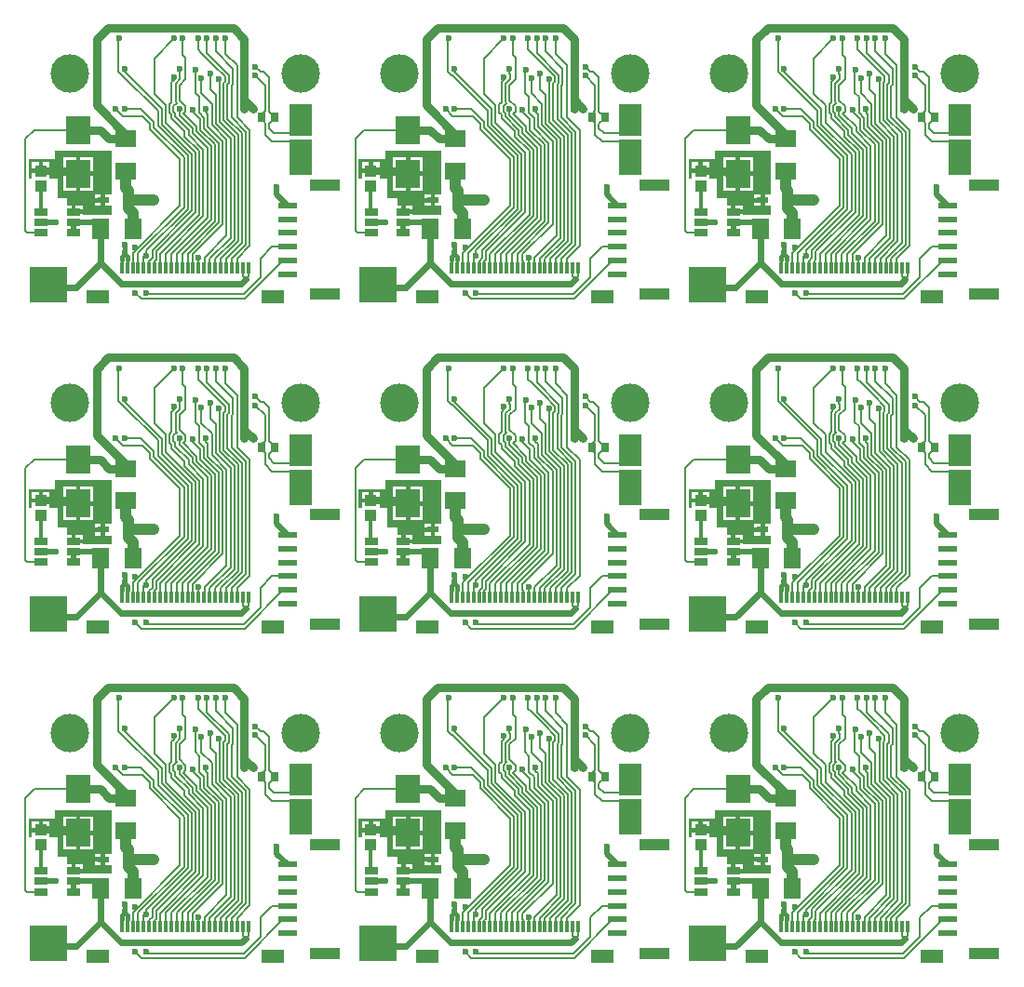
<source format=gtl>
G04 Layer_Physical_Order=1*
G04 Layer_Color=255*
%FSLAX44Y44*%
%MOMM*%
G71*
G01*
G75*
%ADD10R,1.7000X0.6000*%
%ADD11R,2.8000X1.0000*%
%ADD12R,1.9000X1.6000*%
%ADD13R,2.2000X2.5000*%
%ADD14R,1.1000X1.0500*%
%ADD15R,1.6000X1.9000*%
%ADD16R,1.2000X0.6500*%
%ADD17R,1.0000X0.5500*%
%ADD18R,0.7000X0.8500*%
%ADD19R,0.3000X1.0000*%
%ADD20R,2.0000X1.3000*%
%ADD21C,0.8000*%
%ADD22C,0.2000*%
%ADD23C,0.7000*%
%ADD24C,0.6000*%
%ADD25C,0.4000*%
%ADD26C,0.5000*%
%ADD27C,1.0000*%
%ADD28C,0.3000*%
%ADD29R,3.4000X3.2000*%
%ADD30R,2.0000X3.2000*%
%ADD31R,2.0000X3.0000*%
%ADD32C,3.5000*%
%ADD33C,0.6000*%
G36*
X685750Y737000D02*
X680250D01*
Y731750D01*
Y726500D01*
X685750D01*
Y718750D01*
X660000D01*
Y719250D01*
X651500D01*
Y721250D01*
X649500D01*
Y727000D01*
X645750D01*
Y733750D01*
X636750D01*
Y751750D01*
X629750D01*
Y756500D01*
X613750D01*
Y751750D01*
X610750D01*
Y768750D01*
X634750D01*
Y776750D01*
X685750D01*
Y737000D01*
D02*
G37*
G36*
X385750D02*
X380250D01*
Y731750D01*
Y726500D01*
X385750D01*
Y718750D01*
X360000D01*
Y719250D01*
X351500D01*
Y721250D01*
X349500D01*
Y727000D01*
X345750D01*
Y733750D01*
X336750D01*
Y751750D01*
X329750D01*
Y756500D01*
X313750D01*
Y751750D01*
X310750D01*
Y768750D01*
X334750D01*
Y776750D01*
X385750D01*
Y737000D01*
D02*
G37*
G36*
X85750D02*
X80250D01*
Y731750D01*
Y726500D01*
X85750D01*
Y718750D01*
X60000D01*
Y719250D01*
X51500D01*
Y721250D01*
X49500D01*
Y727000D01*
X45750D01*
Y733750D01*
X36750D01*
Y751750D01*
X29750D01*
Y756500D01*
X13750D01*
Y751750D01*
X10750D01*
Y768750D01*
X34750D01*
Y776750D01*
X85750D01*
Y737000D01*
D02*
G37*
G36*
X685750Y437000D02*
X680250D01*
Y431750D01*
Y426500D01*
X685750D01*
Y418750D01*
X660000D01*
Y419250D01*
X651500D01*
Y421250D01*
X649500D01*
Y427000D01*
X645750D01*
Y433750D01*
X636750D01*
Y451750D01*
X629750D01*
Y456500D01*
X613750D01*
Y451750D01*
X610750D01*
Y468750D01*
X634750D01*
Y476750D01*
X685750D01*
Y437000D01*
D02*
G37*
G36*
X385750D02*
X380250D01*
Y431750D01*
Y426500D01*
X385750D01*
Y418750D01*
X360000D01*
Y419250D01*
X351500D01*
Y421250D01*
X349500D01*
Y427000D01*
X345750D01*
Y433750D01*
X336750D01*
Y451750D01*
X329750D01*
Y456500D01*
X313750D01*
Y451750D01*
X310750D01*
Y468750D01*
X334750D01*
Y476750D01*
X385750D01*
Y437000D01*
D02*
G37*
G36*
X85750D02*
X80250D01*
Y431750D01*
Y426500D01*
X85750D01*
Y418750D01*
X60000D01*
Y419250D01*
X51500D01*
Y421250D01*
X49500D01*
Y427000D01*
X45750D01*
Y433750D01*
X36750D01*
Y451750D01*
X29750D01*
Y456500D01*
X13750D01*
Y451750D01*
X10750D01*
Y468750D01*
X34750D01*
Y476750D01*
X85750D01*
Y437000D01*
D02*
G37*
G36*
X685750Y137000D02*
X680250D01*
Y131750D01*
Y126500D01*
X685750D01*
Y118750D01*
X660000D01*
Y119250D01*
X651500D01*
Y121250D01*
X649500D01*
Y127000D01*
X645750D01*
Y133750D01*
X636750D01*
Y151750D01*
X629750D01*
Y156500D01*
X613750D01*
Y151750D01*
X610750D01*
Y168750D01*
X634750D01*
Y176750D01*
X685750D01*
Y137000D01*
D02*
G37*
G36*
X385750D02*
X380250D01*
Y131750D01*
Y126500D01*
X385750D01*
Y118750D01*
X360000D01*
Y119250D01*
X351500D01*
Y121250D01*
X349500D01*
Y127000D01*
X345750D01*
Y133750D01*
X336750D01*
Y151750D01*
X329750D01*
Y156500D01*
X313750D01*
Y151750D01*
X310750D01*
Y168750D01*
X334750D01*
Y176750D01*
X385750D01*
Y137000D01*
D02*
G37*
G36*
X85750D02*
X80250D01*
Y131750D01*
Y126500D01*
X85750D01*
Y118750D01*
X60000D01*
Y119250D01*
X51500D01*
Y121250D01*
X49500D01*
Y127000D01*
X45750D01*
Y133750D01*
X36750D01*
Y151750D01*
X29750D01*
Y156500D01*
X13750D01*
Y151750D01*
X10750D01*
Y168750D01*
X34750D01*
Y176750D01*
X85750D01*
Y137000D01*
D02*
G37*
%LPC*%
G36*
X629750Y766250D02*
X623750D01*
Y760500D01*
X629750D01*
Y766250D01*
D02*
G37*
G36*
X619750D02*
X613750D01*
Y760500D01*
X619750D01*
Y766250D01*
D02*
G37*
G36*
X669250Y770750D02*
X657750D01*
Y757750D01*
X669250D01*
Y770750D01*
D02*
G37*
G36*
X653750D02*
X642250D01*
Y757750D01*
X653750D01*
Y770750D01*
D02*
G37*
G36*
X669250Y753750D02*
X657750D01*
Y740750D01*
X669250D01*
Y753750D01*
D02*
G37*
G36*
X653750D02*
X642250D01*
Y740750D01*
X653750D01*
Y753750D01*
D02*
G37*
G36*
X676250Y737000D02*
X670750D01*
Y733750D01*
X676250D01*
Y737000D01*
D02*
G37*
G36*
Y729750D02*
X670750D01*
Y726500D01*
X676250D01*
Y729750D01*
D02*
G37*
G36*
X660000Y727000D02*
X653500D01*
Y723250D01*
X660000D01*
Y727000D01*
D02*
G37*
G36*
X329750Y766250D02*
X323750D01*
Y760500D01*
X329750D01*
Y766250D01*
D02*
G37*
G36*
X319750D02*
X313750D01*
Y760500D01*
X319750D01*
Y766250D01*
D02*
G37*
G36*
X369250Y770750D02*
X357750D01*
Y757750D01*
X369250D01*
Y770750D01*
D02*
G37*
G36*
X353750D02*
X342250D01*
Y757750D01*
X353750D01*
Y770750D01*
D02*
G37*
G36*
X369250Y753750D02*
X357750D01*
Y740750D01*
X369250D01*
Y753750D01*
D02*
G37*
G36*
X353750D02*
X342250D01*
Y740750D01*
X353750D01*
Y753750D01*
D02*
G37*
G36*
X376250Y737000D02*
X370750D01*
Y733750D01*
X376250D01*
Y737000D01*
D02*
G37*
G36*
Y729750D02*
X370750D01*
Y726500D01*
X376250D01*
Y729750D01*
D02*
G37*
G36*
X360000Y727000D02*
X353500D01*
Y723250D01*
X360000D01*
Y727000D01*
D02*
G37*
G36*
X29750Y766250D02*
X23750D01*
Y760500D01*
X29750D01*
Y766250D01*
D02*
G37*
G36*
X19750D02*
X13750D01*
Y760500D01*
X19750D01*
Y766250D01*
D02*
G37*
G36*
X69250Y770750D02*
X57750D01*
Y757750D01*
X69250D01*
Y770750D01*
D02*
G37*
G36*
X53750D02*
X42250D01*
Y757750D01*
X53750D01*
Y770750D01*
D02*
G37*
G36*
X69250Y753750D02*
X57750D01*
Y740750D01*
X69250D01*
Y753750D01*
D02*
G37*
G36*
X53750D02*
X42250D01*
Y740750D01*
X53750D01*
Y753750D01*
D02*
G37*
G36*
X76250Y737000D02*
X70750D01*
Y733750D01*
X76250D01*
Y737000D01*
D02*
G37*
G36*
Y729750D02*
X70750D01*
Y726500D01*
X76250D01*
Y729750D01*
D02*
G37*
G36*
X60000Y727000D02*
X53500D01*
Y723250D01*
X60000D01*
Y727000D01*
D02*
G37*
G36*
X629750Y466250D02*
X623750D01*
Y460500D01*
X629750D01*
Y466250D01*
D02*
G37*
G36*
X619750D02*
X613750D01*
Y460500D01*
X619750D01*
Y466250D01*
D02*
G37*
G36*
X669250Y470750D02*
X657750D01*
Y457750D01*
X669250D01*
Y470750D01*
D02*
G37*
G36*
X653750D02*
X642250D01*
Y457750D01*
X653750D01*
Y470750D01*
D02*
G37*
G36*
X669250Y453750D02*
X657750D01*
Y440750D01*
X669250D01*
Y453750D01*
D02*
G37*
G36*
X653750D02*
X642250D01*
Y440750D01*
X653750D01*
Y453750D01*
D02*
G37*
G36*
X676250Y437000D02*
X670750D01*
Y433750D01*
X676250D01*
Y437000D01*
D02*
G37*
G36*
Y429750D02*
X670750D01*
Y426500D01*
X676250D01*
Y429750D01*
D02*
G37*
G36*
X660000Y427000D02*
X653500D01*
Y423250D01*
X660000D01*
Y427000D01*
D02*
G37*
G36*
X329750Y466250D02*
X323750D01*
Y460500D01*
X329750D01*
Y466250D01*
D02*
G37*
G36*
X319750D02*
X313750D01*
Y460500D01*
X319750D01*
Y466250D01*
D02*
G37*
G36*
X369250Y470750D02*
X357750D01*
Y457750D01*
X369250D01*
Y470750D01*
D02*
G37*
G36*
X353750D02*
X342250D01*
Y457750D01*
X353750D01*
Y470750D01*
D02*
G37*
G36*
X369250Y453750D02*
X357750D01*
Y440750D01*
X369250D01*
Y453750D01*
D02*
G37*
G36*
X353750D02*
X342250D01*
Y440750D01*
X353750D01*
Y453750D01*
D02*
G37*
G36*
X376250Y437000D02*
X370750D01*
Y433750D01*
X376250D01*
Y437000D01*
D02*
G37*
G36*
Y429750D02*
X370750D01*
Y426500D01*
X376250D01*
Y429750D01*
D02*
G37*
G36*
X360000Y427000D02*
X353500D01*
Y423250D01*
X360000D01*
Y427000D01*
D02*
G37*
G36*
X29750Y466250D02*
X23750D01*
Y460500D01*
X29750D01*
Y466250D01*
D02*
G37*
G36*
X19750D02*
X13750D01*
Y460500D01*
X19750D01*
Y466250D01*
D02*
G37*
G36*
X69250Y470750D02*
X57750D01*
Y457750D01*
X69250D01*
Y470750D01*
D02*
G37*
G36*
X53750D02*
X42250D01*
Y457750D01*
X53750D01*
Y470750D01*
D02*
G37*
G36*
X69250Y453750D02*
X57750D01*
Y440750D01*
X69250D01*
Y453750D01*
D02*
G37*
G36*
X53750D02*
X42250D01*
Y440750D01*
X53750D01*
Y453750D01*
D02*
G37*
G36*
X76250Y437000D02*
X70750D01*
Y433750D01*
X76250D01*
Y437000D01*
D02*
G37*
G36*
Y429750D02*
X70750D01*
Y426500D01*
X76250D01*
Y429750D01*
D02*
G37*
G36*
X60000Y427000D02*
X53500D01*
Y423250D01*
X60000D01*
Y427000D01*
D02*
G37*
G36*
X629750Y166250D02*
X623750D01*
Y160500D01*
X629750D01*
Y166250D01*
D02*
G37*
G36*
X619750D02*
X613750D01*
Y160500D01*
X619750D01*
Y166250D01*
D02*
G37*
G36*
X669250Y170750D02*
X657750D01*
Y157750D01*
X669250D01*
Y170750D01*
D02*
G37*
G36*
X653750D02*
X642250D01*
Y157750D01*
X653750D01*
Y170750D01*
D02*
G37*
G36*
X669250Y153750D02*
X657750D01*
Y140750D01*
X669250D01*
Y153750D01*
D02*
G37*
G36*
X653750D02*
X642250D01*
Y140750D01*
X653750D01*
Y153750D01*
D02*
G37*
G36*
X676250Y137000D02*
X670750D01*
Y133750D01*
X676250D01*
Y137000D01*
D02*
G37*
G36*
Y129750D02*
X670750D01*
Y126500D01*
X676250D01*
Y129750D01*
D02*
G37*
G36*
X660000Y127000D02*
X653500D01*
Y123250D01*
X660000D01*
Y127000D01*
D02*
G37*
G36*
X329750Y166250D02*
X323750D01*
Y160500D01*
X329750D01*
Y166250D01*
D02*
G37*
G36*
X319750D02*
X313750D01*
Y160500D01*
X319750D01*
Y166250D01*
D02*
G37*
G36*
X369250Y170750D02*
X357750D01*
Y157750D01*
X369250D01*
Y170750D01*
D02*
G37*
G36*
X353750D02*
X342250D01*
Y157750D01*
X353750D01*
Y170750D01*
D02*
G37*
G36*
X369250Y153750D02*
X357750D01*
Y140750D01*
X369250D01*
Y153750D01*
D02*
G37*
G36*
X353750D02*
X342250D01*
Y140750D01*
X353750D01*
Y153750D01*
D02*
G37*
G36*
X376250Y137000D02*
X370750D01*
Y133750D01*
X376250D01*
Y137000D01*
D02*
G37*
G36*
Y129750D02*
X370750D01*
Y126500D01*
X376250D01*
Y129750D01*
D02*
G37*
G36*
X360000Y127000D02*
X353500D01*
Y123250D01*
X360000D01*
Y127000D01*
D02*
G37*
G36*
X29750Y166250D02*
X23750D01*
Y160500D01*
X29750D01*
Y166250D01*
D02*
G37*
G36*
X19750D02*
X13750D01*
Y160500D01*
X19750D01*
Y166250D01*
D02*
G37*
G36*
X69250Y170750D02*
X57750D01*
Y157750D01*
X69250D01*
Y170750D01*
D02*
G37*
G36*
X53750D02*
X42250D01*
Y157750D01*
X53750D01*
Y170750D01*
D02*
G37*
G36*
X69250Y153750D02*
X57750D01*
Y140750D01*
X69250D01*
Y153750D01*
D02*
G37*
G36*
X53750D02*
X42250D01*
Y140750D01*
X53750D01*
Y153750D01*
D02*
G37*
G36*
X76250Y137000D02*
X70750D01*
Y133750D01*
X76250D01*
Y137000D01*
D02*
G37*
G36*
Y129750D02*
X70750D01*
Y126500D01*
X76250D01*
Y129750D01*
D02*
G37*
G36*
X60000Y127000D02*
X53500D01*
Y123250D01*
X60000D01*
Y127000D01*
D02*
G37*
%LPD*%
D10*
X246250Y127000D02*
D03*
Y114500D02*
D03*
Y64500D02*
D03*
Y77000D02*
D03*
Y89500D02*
D03*
Y102000D02*
D03*
X546250Y127000D02*
D03*
Y114500D02*
D03*
Y64500D02*
D03*
Y77000D02*
D03*
Y89500D02*
D03*
Y102000D02*
D03*
X846250Y127000D02*
D03*
Y114500D02*
D03*
Y64500D02*
D03*
Y77000D02*
D03*
Y89500D02*
D03*
Y102000D02*
D03*
X246250Y427000D02*
D03*
Y414500D02*
D03*
Y364500D02*
D03*
Y377000D02*
D03*
Y389500D02*
D03*
Y402000D02*
D03*
X546250Y427000D02*
D03*
Y414500D02*
D03*
Y364500D02*
D03*
Y377000D02*
D03*
Y389500D02*
D03*
Y402000D02*
D03*
X846250Y427000D02*
D03*
Y414500D02*
D03*
Y364500D02*
D03*
Y377000D02*
D03*
Y389500D02*
D03*
Y402000D02*
D03*
X246250Y727000D02*
D03*
Y714500D02*
D03*
Y664500D02*
D03*
Y677000D02*
D03*
Y689500D02*
D03*
Y702000D02*
D03*
X546250Y727000D02*
D03*
Y714500D02*
D03*
Y664500D02*
D03*
Y677000D02*
D03*
Y689500D02*
D03*
Y702000D02*
D03*
X846250Y727000D02*
D03*
Y714500D02*
D03*
Y664500D02*
D03*
Y677000D02*
D03*
Y689500D02*
D03*
Y702000D02*
D03*
D11*
X279750Y145500D02*
D03*
Y46000D02*
D03*
X579750Y145500D02*
D03*
Y46000D02*
D03*
X879750Y145500D02*
D03*
Y46000D02*
D03*
X279750Y445500D02*
D03*
Y346000D02*
D03*
X579750Y445500D02*
D03*
Y346000D02*
D03*
X879750Y445500D02*
D03*
Y346000D02*
D03*
X279750Y745500D02*
D03*
Y646000D02*
D03*
X579750Y745500D02*
D03*
Y646000D02*
D03*
X879750Y745500D02*
D03*
Y646000D02*
D03*
D12*
X98750Y187500D02*
D03*
Y158000D02*
D03*
X398750Y187500D02*
D03*
Y158000D02*
D03*
X698750Y187500D02*
D03*
Y158000D02*
D03*
X98750Y487500D02*
D03*
Y458000D02*
D03*
X398750Y487500D02*
D03*
Y458000D02*
D03*
X698750Y487500D02*
D03*
Y458000D02*
D03*
X98750Y787500D02*
D03*
Y758000D02*
D03*
X398750Y787500D02*
D03*
Y758000D02*
D03*
X698750Y787500D02*
D03*
Y758000D02*
D03*
D13*
X55750Y195750D02*
D03*
Y155750D02*
D03*
X355750Y195750D02*
D03*
Y155750D02*
D03*
X655750Y195750D02*
D03*
Y155750D02*
D03*
X55750Y495750D02*
D03*
Y455750D02*
D03*
X355750Y495750D02*
D03*
Y455750D02*
D03*
X655750Y495750D02*
D03*
Y455750D02*
D03*
X55750Y795750D02*
D03*
Y755750D02*
D03*
X355750Y795750D02*
D03*
Y755750D02*
D03*
X655750Y795750D02*
D03*
Y755750D02*
D03*
D14*
X21750Y145000D02*
D03*
Y158500D02*
D03*
X321750Y145000D02*
D03*
Y158500D02*
D03*
X621750Y145000D02*
D03*
Y158500D02*
D03*
X21750Y445000D02*
D03*
Y458500D02*
D03*
X321750Y445000D02*
D03*
Y458500D02*
D03*
X621750Y445000D02*
D03*
Y458500D02*
D03*
X21750Y745000D02*
D03*
Y758500D02*
D03*
X321750Y745000D02*
D03*
Y758500D02*
D03*
X621750Y745000D02*
D03*
Y758500D02*
D03*
D15*
X76000Y105750D02*
D03*
X105500D02*
D03*
X376000D02*
D03*
X405500D02*
D03*
X676000D02*
D03*
X705500D02*
D03*
X76000Y405750D02*
D03*
X105500D02*
D03*
X376000D02*
D03*
X405500D02*
D03*
X676000D02*
D03*
X705500D02*
D03*
X76000Y705750D02*
D03*
X105500D02*
D03*
X376000D02*
D03*
X405500D02*
D03*
X676000D02*
D03*
X705500D02*
D03*
D16*
X22000Y121250D02*
D03*
Y111750D02*
D03*
Y102250D02*
D03*
X51500D02*
D03*
Y111750D02*
D03*
Y121250D02*
D03*
X322000D02*
D03*
Y111750D02*
D03*
Y102250D02*
D03*
X351500D02*
D03*
Y111750D02*
D03*
Y121250D02*
D03*
X622000D02*
D03*
Y111750D02*
D03*
Y102250D02*
D03*
X651500D02*
D03*
Y111750D02*
D03*
Y121250D02*
D03*
X22000Y421250D02*
D03*
Y411750D02*
D03*
Y402250D02*
D03*
X51500D02*
D03*
Y411750D02*
D03*
Y421250D02*
D03*
X322000D02*
D03*
Y411750D02*
D03*
Y402250D02*
D03*
X351500D02*
D03*
Y411750D02*
D03*
Y421250D02*
D03*
X622000D02*
D03*
Y411750D02*
D03*
Y402250D02*
D03*
X651500D02*
D03*
Y411750D02*
D03*
Y421250D02*
D03*
X22000Y721250D02*
D03*
Y711750D02*
D03*
Y702250D02*
D03*
X51500D02*
D03*
Y711750D02*
D03*
Y721250D02*
D03*
X322000D02*
D03*
Y711750D02*
D03*
Y702250D02*
D03*
X351500D02*
D03*
Y711750D02*
D03*
Y721250D02*
D03*
X622000D02*
D03*
Y711750D02*
D03*
Y702250D02*
D03*
X651500D02*
D03*
Y711750D02*
D03*
Y721250D02*
D03*
D17*
X78250Y131750D02*
D03*
X101250D02*
D03*
X378250D02*
D03*
X401250D02*
D03*
X678250D02*
D03*
X701250D02*
D03*
X78250Y431750D02*
D03*
X101250D02*
D03*
X378250D02*
D03*
X401250D02*
D03*
X678250D02*
D03*
X701250D02*
D03*
X78250Y731750D02*
D03*
X101250D02*
D03*
X378250D02*
D03*
X401250D02*
D03*
X678250D02*
D03*
X701250D02*
D03*
D18*
X234750Y207000D02*
D03*
X222750D02*
D03*
X534750D02*
D03*
X522750D02*
D03*
X834750D02*
D03*
X822750D02*
D03*
X234750Y507000D02*
D03*
X222750D02*
D03*
X534750D02*
D03*
X522750D02*
D03*
X834750D02*
D03*
X822750D02*
D03*
X234750Y807000D02*
D03*
X222750D02*
D03*
X534750D02*
D03*
X522750D02*
D03*
X834750D02*
D03*
X822750D02*
D03*
D19*
X95250Y70500D02*
D03*
X100250D02*
D03*
X105250D02*
D03*
X110250D02*
D03*
X115250D02*
D03*
X120250D02*
D03*
X125250D02*
D03*
X130250D02*
D03*
X135250D02*
D03*
X140250D02*
D03*
X145250D02*
D03*
X150250D02*
D03*
X155250D02*
D03*
X160250D02*
D03*
X165250D02*
D03*
X170250D02*
D03*
X175250D02*
D03*
X180250D02*
D03*
X185250D02*
D03*
X190250D02*
D03*
X195250D02*
D03*
X200250D02*
D03*
X205250D02*
D03*
X210250D02*
D03*
X395250D02*
D03*
X400250D02*
D03*
X405250D02*
D03*
X410250D02*
D03*
X415250D02*
D03*
X420250D02*
D03*
X425250D02*
D03*
X430250D02*
D03*
X435250D02*
D03*
X440250D02*
D03*
X445250D02*
D03*
X450250D02*
D03*
X455250D02*
D03*
X460250D02*
D03*
X465250D02*
D03*
X470250D02*
D03*
X475250D02*
D03*
X480250D02*
D03*
X485250D02*
D03*
X490250D02*
D03*
X495250D02*
D03*
X500250D02*
D03*
X505250D02*
D03*
X510250D02*
D03*
X695250D02*
D03*
X700250D02*
D03*
X705250D02*
D03*
X710250D02*
D03*
X715250D02*
D03*
X720250D02*
D03*
X725250D02*
D03*
X730250D02*
D03*
X735250D02*
D03*
X740250D02*
D03*
X745250D02*
D03*
X750250D02*
D03*
X755250D02*
D03*
X760250D02*
D03*
X765250D02*
D03*
X770250D02*
D03*
X775250D02*
D03*
X780250D02*
D03*
X785250D02*
D03*
X790250D02*
D03*
X795250D02*
D03*
X800250D02*
D03*
X805250D02*
D03*
X810250D02*
D03*
X95250Y370500D02*
D03*
X100250D02*
D03*
X105250D02*
D03*
X110250D02*
D03*
X115250D02*
D03*
X120250D02*
D03*
X125250D02*
D03*
X130250D02*
D03*
X135250D02*
D03*
X140250D02*
D03*
X145250D02*
D03*
X150250D02*
D03*
X155250D02*
D03*
X160250D02*
D03*
X165250D02*
D03*
X170250D02*
D03*
X175250D02*
D03*
X180250D02*
D03*
X185250D02*
D03*
X190250D02*
D03*
X195250D02*
D03*
X200250D02*
D03*
X205250D02*
D03*
X210250D02*
D03*
X395250D02*
D03*
X400250D02*
D03*
X405250D02*
D03*
X410250D02*
D03*
X415250D02*
D03*
X420250D02*
D03*
X425250D02*
D03*
X430250D02*
D03*
X435250D02*
D03*
X440250D02*
D03*
X445250D02*
D03*
X450250D02*
D03*
X455250D02*
D03*
X460250D02*
D03*
X465250D02*
D03*
X470250D02*
D03*
X475250D02*
D03*
X480250D02*
D03*
X485250D02*
D03*
X490250D02*
D03*
X495250D02*
D03*
X500250D02*
D03*
X505250D02*
D03*
X510250D02*
D03*
X695250D02*
D03*
X700250D02*
D03*
X705250D02*
D03*
X710250D02*
D03*
X715250D02*
D03*
X720250D02*
D03*
X725250D02*
D03*
X730250D02*
D03*
X735250D02*
D03*
X740250D02*
D03*
X745250D02*
D03*
X750250D02*
D03*
X755250D02*
D03*
X760250D02*
D03*
X765250D02*
D03*
X770250D02*
D03*
X775250D02*
D03*
X780250D02*
D03*
X785250D02*
D03*
X790250D02*
D03*
X795250D02*
D03*
X800250D02*
D03*
X805250D02*
D03*
X810250D02*
D03*
X95250Y670500D02*
D03*
X100250D02*
D03*
X105250D02*
D03*
X110250D02*
D03*
X115250D02*
D03*
X120250D02*
D03*
X125250D02*
D03*
X130250D02*
D03*
X135250D02*
D03*
X140250D02*
D03*
X145250D02*
D03*
X150250D02*
D03*
X155250D02*
D03*
X160250D02*
D03*
X165250D02*
D03*
X170250D02*
D03*
X175250D02*
D03*
X180250D02*
D03*
X185250D02*
D03*
X190250D02*
D03*
X195250D02*
D03*
X200250D02*
D03*
X205250D02*
D03*
X210250D02*
D03*
X395250D02*
D03*
X400250D02*
D03*
X405250D02*
D03*
X410250D02*
D03*
X415250D02*
D03*
X420250D02*
D03*
X425250D02*
D03*
X430250D02*
D03*
X435250D02*
D03*
X440250D02*
D03*
X445250D02*
D03*
X450250D02*
D03*
X455250D02*
D03*
X460250D02*
D03*
X465250D02*
D03*
X470250D02*
D03*
X475250D02*
D03*
X480250D02*
D03*
X485250D02*
D03*
X490250D02*
D03*
X495250D02*
D03*
X500250D02*
D03*
X505250D02*
D03*
X510250D02*
D03*
X695250D02*
D03*
X700250D02*
D03*
X705250D02*
D03*
X710250D02*
D03*
X715250D02*
D03*
X720250D02*
D03*
X725250D02*
D03*
X730250D02*
D03*
X735250D02*
D03*
X740250D02*
D03*
X745250D02*
D03*
X750250D02*
D03*
X755250D02*
D03*
X760250D02*
D03*
X765250D02*
D03*
X770250D02*
D03*
X775250D02*
D03*
X780250D02*
D03*
X785250D02*
D03*
X790250D02*
D03*
X795250D02*
D03*
X800250D02*
D03*
X805250D02*
D03*
X810250D02*
D03*
D20*
X73250Y43500D02*
D03*
X232250D02*
D03*
X373250D02*
D03*
X532250D02*
D03*
X673250D02*
D03*
X832250D02*
D03*
X73250Y343500D02*
D03*
X232250D02*
D03*
X373250D02*
D03*
X532250D02*
D03*
X673250D02*
D03*
X832250D02*
D03*
X73250Y643500D02*
D03*
X232250D02*
D03*
X373250D02*
D03*
X532250D02*
D03*
X673250D02*
D03*
X832250D02*
D03*
D21*
X206774Y215000D02*
Y222976D01*
X214750Y215000D01*
X72250Y218000D02*
Y278000D01*
Y218000D02*
X98750Y191500D01*
Y187500D02*
Y191500D01*
X82750Y288500D02*
X196750D01*
X206774Y222976D02*
Y278476D01*
X196750Y288500D02*
X206774Y278476D01*
X72250Y278000D02*
X82750Y288500D01*
X55750Y195750D02*
X75750D01*
X84000Y187500D01*
X98750D01*
X506774Y215000D02*
Y222976D01*
X514750Y215000D01*
X372250Y218000D02*
Y278000D01*
Y218000D02*
X398750Y191500D01*
Y187500D02*
Y191500D01*
X382750Y288500D02*
X496750D01*
X506774Y222976D02*
Y278476D01*
X496750Y288500D02*
X506774Y278476D01*
X372250Y278000D02*
X382750Y288500D01*
X355750Y195750D02*
X375750D01*
X384000Y187500D01*
X398750D01*
X806774Y215000D02*
Y222976D01*
X814750Y215000D01*
X672250Y218000D02*
Y278000D01*
Y218000D02*
X698750Y191500D01*
Y187500D02*
Y191500D01*
X682750Y288500D02*
X796750D01*
X806774Y222976D02*
Y278476D01*
X796750Y288500D02*
X806774Y278476D01*
X672250Y278000D02*
X682750Y288500D01*
X655750Y195750D02*
X675750D01*
X684000Y187500D01*
X698750D01*
X206774Y515000D02*
Y522976D01*
X214750Y515000D01*
X72250Y518000D02*
Y578000D01*
Y518000D02*
X98750Y491500D01*
Y487500D02*
Y491500D01*
X82750Y588500D02*
X196750D01*
X206774Y522976D02*
Y578476D01*
X196750Y588500D02*
X206774Y578476D01*
X72250Y578000D02*
X82750Y588500D01*
X55750Y495750D02*
X75750D01*
X84000Y487500D01*
X98750D01*
X506774Y515000D02*
Y522976D01*
X514750Y515000D01*
X372250Y518000D02*
Y578000D01*
Y518000D02*
X398750Y491500D01*
Y487500D02*
Y491500D01*
X382750Y588500D02*
X496750D01*
X506774Y522976D02*
Y578476D01*
X496750Y588500D02*
X506774Y578476D01*
X372250Y578000D02*
X382750Y588500D01*
X355750Y495750D02*
X375750D01*
X384000Y487500D01*
X398750D01*
X806774Y515000D02*
Y522976D01*
X814750Y515000D01*
X672250Y518000D02*
Y578000D01*
Y518000D02*
X698750Y491500D01*
Y487500D02*
Y491500D01*
X682750Y588500D02*
X796750D01*
X806774Y522976D02*
Y578476D01*
X796750Y588500D02*
X806774Y578476D01*
X672250Y578000D02*
X682750Y588500D01*
X655750Y495750D02*
X675750D01*
X684000Y487500D01*
X698750D01*
X206774Y815000D02*
Y822976D01*
X214750Y815000D01*
X72250Y818000D02*
Y878000D01*
Y818000D02*
X98750Y791500D01*
Y787500D02*
Y791500D01*
X82750Y888500D02*
X196750D01*
X206774Y822976D02*
Y878476D01*
X196750Y888500D02*
X206774Y878476D01*
X72250Y878000D02*
X82750Y888500D01*
X55750Y795750D02*
X75750D01*
X84000Y787500D01*
X98750D01*
X506774Y815000D02*
Y822976D01*
X514750Y815000D01*
X372250Y818000D02*
Y878000D01*
Y818000D02*
X398750Y791500D01*
Y787500D02*
Y791500D01*
X382750Y888500D02*
X496750D01*
X506774Y822976D02*
Y878476D01*
X496750Y888500D02*
X506774Y878476D01*
X372250Y878000D02*
X382750Y888500D01*
X355750Y795750D02*
X375750D01*
X384000Y787500D01*
X398750D01*
X806774Y815000D02*
Y822976D01*
X814750Y815000D01*
X672250Y818000D02*
Y878000D01*
Y818000D02*
X698750Y791500D01*
Y787500D02*
Y791500D01*
X682750Y888500D02*
X796750D01*
X806774Y822976D02*
Y878476D01*
X796750Y888500D02*
X806774Y878476D01*
X672250Y878000D02*
X682750Y888500D01*
X655750Y795750D02*
X675750D01*
X684000Y787500D01*
X698750D01*
D22*
X115250Y70500D02*
Y81351D01*
X105250Y83568D02*
X148318Y126636D01*
X117500Y85850D02*
X155366Y123716D01*
X117500Y81351D02*
Y85850D01*
X123024Y79063D02*
Y86390D01*
X158890Y122257D01*
X126548Y84931D02*
X162414Y120797D01*
X126548Y77603D02*
Y84931D01*
X125250Y76305D02*
X126548Y77603D01*
X125250Y70500D02*
Y76305D01*
X120250Y76289D02*
X123024Y79063D01*
X120250Y70500D02*
Y76289D01*
X110250Y83584D02*
X151842Y125176D01*
X130250Y82902D02*
X165938Y118590D01*
X130250Y70500D02*
Y82902D01*
X105250Y70500D02*
Y83568D01*
X135250Y82919D02*
X169462Y117130D01*
X135250Y70500D02*
Y82919D01*
X140250Y82935D02*
X172986Y115671D01*
X140250Y70500D02*
Y82935D01*
X145250Y82951D02*
X176510Y114211D01*
X145250Y70500D02*
Y82951D01*
X150250Y82968D02*
X180034Y112751D01*
X150250Y70500D02*
Y82968D01*
X110250Y70500D02*
Y83584D01*
X107500Y47500D02*
X113024Y41976D01*
X206976D01*
X175250Y78435D02*
X194130Y97315D01*
X175250Y70500D02*
Y78435D01*
X185250Y78468D02*
X201178Y94395D01*
X185250Y70500D02*
Y78468D01*
X117500Y47500D02*
X118976Y46024D01*
X206976Y41976D02*
X242000Y77000D01*
X118976Y46024D02*
X206040D01*
X221250Y61234D01*
X242000Y77000D02*
X246250D01*
X221250Y61234D02*
Y78750D01*
X232000Y89500D01*
X246250D01*
X225750Y191250D02*
Y202000D01*
X232000Y185000D02*
X252500D01*
X225750Y191250D02*
X232000Y185000D01*
X229274Y196976D02*
Y201000D01*
X233750Y192500D02*
X250000D01*
X229274Y196976D02*
X233750Y192500D01*
X7750Y187750D02*
X15750Y195750D01*
X7750Y104000D02*
Y187750D01*
Y104000D02*
X9500Y102250D01*
X148318Y126636D02*
Y169210D01*
X121082Y196446D02*
X148318Y169210D01*
X121082Y196446D02*
Y201684D01*
X114266Y208500D02*
X121082Y201684D01*
X96249Y208500D02*
X114266D01*
X89750Y215000D02*
X96249Y208500D01*
X97750Y215000D02*
X112750D01*
X124606Y203144D01*
Y197905D02*
Y203144D01*
Y197905D02*
X151842Y170669D01*
Y125176D02*
Y170669D01*
X92226Y248712D02*
Y278476D01*
X155366Y123716D02*
Y172129D01*
X128130Y199365D02*
X155366Y172129D01*
X128130Y199365D02*
Y213172D01*
X95827Y245476D02*
X128130Y213172D01*
X95462Y245476D02*
X95827D01*
X92226Y248712D02*
X95462Y245476D01*
X97750Y248536D02*
Y251000D01*
Y248536D02*
X131654Y214632D01*
Y200825D02*
Y214632D01*
Y200825D02*
X158890Y173589D01*
Y122257D02*
Y173589D01*
X187082Y109832D02*
Y185266D01*
X159726Y82476D02*
X187082Y109832D01*
X183558Y111292D02*
Y183806D01*
X155250Y82984D02*
X183558Y111292D01*
X180034Y112751D02*
Y182347D01*
X176510Y114211D02*
Y180887D01*
X172986Y115671D02*
Y179427D01*
X169462Y117130D02*
Y177968D01*
X155250Y70500D02*
Y82984D01*
X160250Y70500D02*
Y76687D01*
X159726Y77212D02*
X160250Y76687D01*
X159726Y77212D02*
Y82476D01*
X170774Y79524D02*
X190606Y99356D01*
X170774Y71023D02*
Y79524D01*
X170250Y70500D02*
X170774Y71023D01*
X180250Y70500D02*
Y78451D01*
X190250Y70500D02*
Y78484D01*
X165250Y70501D02*
Y78500D01*
Y70501D02*
X165250Y70500D01*
X162414Y120797D02*
Y175048D01*
X165938Y118590D02*
Y176508D01*
X124750Y261000D02*
X124835Y228499D01*
X135178Y218156D01*
Y202284D02*
Y218156D01*
Y202284D02*
X162414Y175048D01*
X152606Y189841D02*
X165938Y176508D01*
X156130Y191300D02*
X169462Y177968D01*
X159654Y192760D02*
X172986Y179427D01*
X163178Y194219D02*
X176510Y180887D01*
X166702Y195679D02*
X180034Y182347D01*
X170226Y197139D02*
X183558Y183806D01*
X170226Y197139D02*
Y206679D01*
X173750Y198598D02*
X187082Y185266D01*
X173750Y198598D02*
Y210171D01*
X177274Y200058D02*
Y219460D01*
Y200058D02*
X190606Y186726D01*
X180798Y201518D02*
X194130Y188185D01*
X180798Y201518D02*
Y227785D01*
X184322Y202977D02*
X197654Y189645D01*
X184322Y202977D02*
Y241427D01*
X187846Y204437D02*
X201178Y191105D01*
X187846Y204437D02*
Y238283D01*
X191370Y205897D02*
X204702Y192564D01*
X191370Y205897D02*
Y236824D01*
X195250Y207000D02*
X208226Y194024D01*
X195250Y207000D02*
Y235721D01*
X200250Y207000D02*
X211750Y195500D01*
X200250Y207000D02*
Y254500D01*
X190606Y99356D02*
Y186726D01*
X194130Y97315D02*
Y188185D01*
X197654Y95855D02*
Y189645D01*
X201178Y94395D02*
Y191105D01*
X204702Y92936D02*
Y192564D01*
X208226Y91476D02*
Y194024D01*
X211750Y90000D02*
Y195500D01*
X124750Y261000D02*
X142750Y279000D01*
X159750Y212172D02*
X166702Y205220D01*
X167750Y228984D02*
Y243000D01*
X175750Y232833D02*
Y246999D01*
X151156Y210594D02*
X163178Y198573D01*
Y194219D02*
Y198573D01*
X166702Y195679D02*
Y205220D01*
X179561Y254000D02*
X189274Y244287D01*
X172750Y265795D02*
X192798Y245747D01*
X180750Y266967D02*
X196322Y251395D01*
X189750Y265000D02*
X200250Y254500D01*
X189750Y265000D02*
Y279000D01*
X175750Y232833D02*
X180798Y227785D01*
X183750Y241999D02*
X184322Y241427D01*
X196322Y236792D02*
Y251395D01*
X195250Y235721D02*
X196322Y236792D01*
X216750Y253000D02*
X221226Y248524D01*
X216750Y245000D02*
X225750Y236000D01*
X224210Y248524D02*
X229274Y243460D01*
X221226Y248524D02*
X224210D01*
X191370Y236824D02*
X192798Y238252D01*
Y245747D01*
X229274Y212476D02*
Y243460D01*
X189274Y239711D02*
Y244287D01*
X187846Y238283D02*
X189274Y239711D01*
X171750Y212171D02*
Y215000D01*
X167750Y228984D02*
X177274Y219460D01*
X162226Y249476D02*
X162750Y250000D01*
X159750Y212172D02*
Y214000D01*
X147632Y214882D02*
X147750Y215000D01*
X138702Y211252D02*
Y218748D01*
Y211252D02*
X140584Y209370D01*
Y206215D02*
Y209370D01*
Y206215D02*
X152606Y194194D01*
X142226Y212712D02*
Y217288D01*
Y212712D02*
X144108Y210830D01*
Y207675D02*
Y210830D01*
Y207675D02*
X156130Y195654D01*
X147632Y209135D02*
Y214882D01*
Y209135D02*
X159654Y197113D01*
X152606Y189841D02*
Y194194D01*
X147750Y222812D02*
X153274Y217288D01*
Y212712D02*
Y217288D01*
X151156Y210594D02*
X153274Y212712D01*
X151156Y210594D02*
Y210594D01*
X165750Y211155D02*
Y226000D01*
Y211155D02*
X170226Y206679D01*
X142226Y217288D02*
X145258Y220320D01*
X150750Y264000D02*
Y278999D01*
Y264000D02*
X153274Y261476D01*
Y241728D02*
Y261476D01*
X147750Y236204D02*
X153274Y241728D01*
X147750Y222812D02*
Y236204D01*
X144226Y221352D02*
X145258Y220320D01*
X145258D01*
X140702Y220748D02*
Y239124D01*
X138702Y218748D02*
X140702Y220748D01*
X142750Y241172D02*
Y244000D01*
X147750Y246812D02*
Y251000D01*
Y246812D02*
X148274Y246288D01*
Y241712D02*
Y246288D01*
X144226Y237664D02*
X148274Y241712D01*
X140702Y239124D02*
X142750Y241172D01*
X144226Y221352D02*
Y237664D01*
X156130Y191300D02*
Y195654D01*
X159654Y192760D02*
Y197113D01*
X162226Y229524D02*
X165750Y226000D01*
X171750Y212171D02*
X173750Y210171D01*
X180250Y78451D02*
X197654Y95855D01*
X190250Y78484D02*
X204702Y92936D01*
X195250Y70500D02*
Y78500D01*
X208226Y91476D01*
X200250Y78500D02*
X211750Y90000D01*
X200250Y70500D02*
Y78500D01*
X9500Y102250D02*
X22000D01*
X167750Y265811D02*
X179561Y254000D01*
X164750Y268811D02*
X167750Y265811D01*
X164750Y268811D02*
Y278999D01*
X172750Y265795D02*
Y279000D01*
X205250Y62500D02*
X207750Y60000D01*
X205250Y62500D02*
Y70500D01*
X207750Y60000D02*
X210250Y62500D01*
Y70500D01*
X15750Y195750D02*
X55750D01*
X100250Y70500D02*
Y77500D01*
X95250Y70500D02*
Y77500D01*
X229274Y201000D02*
X234750Y206476D01*
Y207000D01*
X229274Y212476D02*
X234750Y207000D01*
X222750Y205000D02*
X225750Y202000D01*
X222750Y205000D02*
Y207000D01*
X225750Y213000D02*
Y236000D01*
X222750Y207000D02*
Y210000D01*
X225750Y213000D01*
X180750Y266967D02*
Y278999D01*
X162226Y229524D02*
Y249476D01*
X92226Y278476D02*
X92750Y279000D01*
X415250Y70500D02*
Y81351D01*
X405250Y83568D02*
X448318Y126636D01*
X417500Y85850D02*
X455366Y123716D01*
X417500Y81351D02*
Y85850D01*
X423024Y79063D02*
Y86390D01*
X458890Y122257D01*
X426548Y84931D02*
X462414Y120797D01*
X426548Y77603D02*
Y84931D01*
X425250Y76305D02*
X426548Y77603D01*
X425250Y70500D02*
Y76305D01*
X420250Y76289D02*
X423024Y79063D01*
X420250Y70500D02*
Y76289D01*
X410250Y83584D02*
X451842Y125176D01*
X430250Y82902D02*
X465938Y118590D01*
X430250Y70500D02*
Y82902D01*
X405250Y70500D02*
Y83568D01*
X435250Y82919D02*
X469462Y117130D01*
X435250Y70500D02*
Y82919D01*
X440250Y82935D02*
X472986Y115671D01*
X440250Y70500D02*
Y82935D01*
X445250Y82951D02*
X476510Y114211D01*
X445250Y70500D02*
Y82951D01*
X450250Y82968D02*
X480034Y112751D01*
X450250Y70500D02*
Y82968D01*
X410250Y70500D02*
Y83584D01*
X407500Y47500D02*
X413024Y41976D01*
X506976D01*
X475250Y78435D02*
X494130Y97315D01*
X475250Y70500D02*
Y78435D01*
X485250Y78468D02*
X501178Y94395D01*
X485250Y70500D02*
Y78468D01*
X417500Y47500D02*
X418976Y46024D01*
X506976Y41976D02*
X542000Y77000D01*
X418976Y46024D02*
X506040D01*
X521250Y61234D01*
X542000Y77000D02*
X546250D01*
X521250Y61234D02*
Y78750D01*
X532000Y89500D01*
X546250D01*
X525750Y191250D02*
Y202000D01*
X532000Y185000D02*
X552500D01*
X525750Y191250D02*
X532000Y185000D01*
X529274Y196976D02*
Y201000D01*
X533750Y192500D02*
X550000D01*
X529274Y196976D02*
X533750Y192500D01*
X307750Y187750D02*
X315750Y195750D01*
X307750Y104000D02*
Y187750D01*
Y104000D02*
X309500Y102250D01*
X448318Y126636D02*
Y169210D01*
X421082Y196446D02*
X448318Y169210D01*
X421082Y196446D02*
Y201684D01*
X414266Y208500D02*
X421082Y201684D01*
X396249Y208500D02*
X414266D01*
X389750Y215000D02*
X396249Y208500D01*
X397750Y215000D02*
X412750D01*
X424606Y203144D01*
Y197905D02*
Y203144D01*
Y197905D02*
X451842Y170669D01*
Y125176D02*
Y170669D01*
X392226Y248712D02*
Y278476D01*
X455366Y123716D02*
Y172129D01*
X428130Y199365D02*
X455366Y172129D01*
X428130Y199365D02*
Y213172D01*
X395826Y245476D02*
X428130Y213172D01*
X395462Y245476D02*
X395826D01*
X392226Y248712D02*
X395462Y245476D01*
X397750Y248536D02*
Y251000D01*
Y248536D02*
X431654Y214632D01*
Y200825D02*
Y214632D01*
Y200825D02*
X458890Y173589D01*
Y122257D02*
Y173589D01*
X487082Y109832D02*
Y185266D01*
X459726Y82476D02*
X487082Y109832D01*
X483558Y111292D02*
Y183806D01*
X455250Y82984D02*
X483558Y111292D01*
X480034Y112751D02*
Y182347D01*
X476510Y114211D02*
Y180887D01*
X472986Y115671D02*
Y179427D01*
X469462Y117130D02*
Y177968D01*
X455250Y70500D02*
Y82984D01*
X460250Y70500D02*
Y76687D01*
X459726Y77212D02*
X460250Y76687D01*
X459726Y77212D02*
Y82476D01*
X470774Y79524D02*
X490606Y99356D01*
X470774Y71023D02*
Y79524D01*
X470250Y70500D02*
X470774Y71023D01*
X480250Y70500D02*
Y78451D01*
X490250Y70500D02*
Y78484D01*
X465250Y70501D02*
Y78500D01*
Y70501D02*
X465250Y70500D01*
X462414Y120797D02*
Y175048D01*
X465938Y118590D02*
Y176508D01*
X424750Y261000D02*
X424835Y228499D01*
X435178Y218156D01*
Y202284D02*
Y218156D01*
Y202284D02*
X462414Y175048D01*
X452606Y189841D02*
X465938Y176508D01*
X456130Y191300D02*
X469462Y177968D01*
X459654Y192760D02*
X472986Y179427D01*
X463178Y194219D02*
X476510Y180887D01*
X466702Y195679D02*
X480034Y182347D01*
X470226Y197139D02*
X483558Y183806D01*
X470226Y197139D02*
Y206679D01*
X473750Y198598D02*
X487082Y185266D01*
X473750Y198598D02*
Y210171D01*
X477274Y200058D02*
Y219460D01*
Y200058D02*
X490606Y186726D01*
X480798Y201518D02*
X494130Y188185D01*
X480798Y201518D02*
Y227785D01*
X484322Y202977D02*
X497654Y189645D01*
X484322Y202977D02*
Y241427D01*
X487846Y204437D02*
X501178Y191105D01*
X487846Y204437D02*
Y238283D01*
X491370Y205897D02*
X504702Y192564D01*
X491370Y205897D02*
Y236824D01*
X495250Y207000D02*
X508226Y194024D01*
X495250Y207000D02*
Y235721D01*
X500250Y207000D02*
X511750Y195500D01*
X500250Y207000D02*
Y254500D01*
X490606Y99356D02*
Y186726D01*
X494130Y97315D02*
Y188185D01*
X497654Y95855D02*
Y189645D01*
X501178Y94395D02*
Y191105D01*
X504702Y92936D02*
Y192564D01*
X508226Y91476D02*
Y194024D01*
X511750Y90000D02*
Y195500D01*
X424750Y261000D02*
X442750Y279000D01*
X459750Y212172D02*
X466702Y205220D01*
X467750Y228984D02*
Y243000D01*
X475750Y232833D02*
Y246999D01*
X451156Y210594D02*
X463178Y198573D01*
Y194219D02*
Y198573D01*
X466702Y195679D02*
Y205220D01*
X479561Y254000D02*
X489274Y244287D01*
X472750Y265795D02*
X492798Y245747D01*
X480750Y266967D02*
X496322Y251395D01*
X489750Y265000D02*
X500250Y254500D01*
X489750Y265000D02*
Y279000D01*
X475750Y232833D02*
X480798Y227785D01*
X483750Y241999D02*
X484322Y241427D01*
X496322Y236792D02*
Y251395D01*
X495250Y235721D02*
X496322Y236792D01*
X516750Y253000D02*
X521226Y248524D01*
X516750Y245000D02*
X525750Y236000D01*
X524210Y248524D02*
X529274Y243460D01*
X521226Y248524D02*
X524210D01*
X491370Y236824D02*
X492798Y238252D01*
Y245747D01*
X529274Y212476D02*
Y243460D01*
X489274Y239711D02*
Y244287D01*
X487846Y238283D02*
X489274Y239711D01*
X471750Y212171D02*
Y215000D01*
X467750Y228984D02*
X477274Y219460D01*
X462226Y249476D02*
X462750Y250000D01*
X459750Y212172D02*
Y214000D01*
X447632Y214882D02*
X447750Y215000D01*
X438702Y211252D02*
Y218748D01*
Y211252D02*
X440584Y209370D01*
Y206215D02*
Y209370D01*
Y206215D02*
X452606Y194194D01*
X442226Y212712D02*
Y217288D01*
Y212712D02*
X444108Y210830D01*
Y207675D02*
Y210830D01*
Y207675D02*
X456130Y195654D01*
X447632Y209135D02*
Y214882D01*
Y209135D02*
X459654Y197113D01*
X452606Y189841D02*
Y194194D01*
X447750Y222812D02*
X453274Y217288D01*
Y212712D02*
Y217288D01*
X451156Y210594D02*
X453274Y212712D01*
X451156Y210594D02*
Y210594D01*
X465750Y211155D02*
Y226000D01*
Y211155D02*
X470226Y206679D01*
X442226Y217288D02*
X445258Y220320D01*
X450750Y264000D02*
Y278999D01*
Y264000D02*
X453274Y261476D01*
Y241728D02*
Y261476D01*
X447750Y236204D02*
X453274Y241728D01*
X447750Y222812D02*
Y236204D01*
X444226Y221352D02*
X445258Y220320D01*
X445258D01*
X440702Y220748D02*
Y239124D01*
X438702Y218748D02*
X440702Y220748D01*
X442750Y241172D02*
Y244000D01*
X447750Y246812D02*
Y251000D01*
Y246812D02*
X448274Y246288D01*
Y241712D02*
Y246288D01*
X444226Y237664D02*
X448274Y241712D01*
X440702Y239124D02*
X442750Y241172D01*
X444226Y221352D02*
Y237664D01*
X456130Y191300D02*
Y195654D01*
X459654Y192760D02*
Y197113D01*
X462226Y229524D02*
X465750Y226000D01*
X471750Y212171D02*
X473750Y210171D01*
X480250Y78451D02*
X497654Y95855D01*
X490250Y78484D02*
X504702Y92936D01*
X495250Y70500D02*
Y78500D01*
X508226Y91476D01*
X500250Y78500D02*
X511750Y90000D01*
X500250Y70500D02*
Y78500D01*
X309500Y102250D02*
X322000D01*
X467750Y265811D02*
X479561Y254000D01*
X464750Y268811D02*
X467750Y265811D01*
X464750Y268811D02*
Y278999D01*
X472750Y265795D02*
Y279000D01*
X505250Y62500D02*
X507750Y60000D01*
X505250Y62500D02*
Y70500D01*
X507750Y60000D02*
X510250Y62500D01*
Y70500D01*
X315750Y195750D02*
X355750D01*
X400250Y70500D02*
Y77500D01*
X395250Y70500D02*
Y77500D01*
X529274Y201000D02*
X534750Y206476D01*
Y207000D01*
X529274Y212476D02*
X534750Y207000D01*
X522750Y205000D02*
X525750Y202000D01*
X522750Y205000D02*
Y207000D01*
X525750Y213000D02*
Y236000D01*
X522750Y207000D02*
Y210000D01*
X525750Y213000D01*
X480750Y266967D02*
Y278999D01*
X462226Y229524D02*
Y249476D01*
X392226Y278476D02*
X392750Y279000D01*
X715250Y70500D02*
Y81351D01*
X705250Y83568D02*
X748318Y126636D01*
X717500Y85850D02*
X755366Y123716D01*
X717500Y81351D02*
Y85850D01*
X723024Y79063D02*
Y86390D01*
X758890Y122257D01*
X726548Y84931D02*
X762414Y120797D01*
X726548Y77603D02*
Y84931D01*
X725250Y76305D02*
X726548Y77603D01*
X725250Y70500D02*
Y76305D01*
X720250Y76289D02*
X723024Y79063D01*
X720250Y70500D02*
Y76289D01*
X710250Y83584D02*
X751842Y125176D01*
X730250Y82902D02*
X765938Y118590D01*
X730250Y70500D02*
Y82902D01*
X705250Y70500D02*
Y83568D01*
X735250Y82919D02*
X769462Y117130D01*
X735250Y70500D02*
Y82919D01*
X740250Y82935D02*
X772986Y115671D01*
X740250Y70500D02*
Y82935D01*
X745250Y82951D02*
X776510Y114211D01*
X745250Y70500D02*
Y82951D01*
X750250Y82968D02*
X780034Y112751D01*
X750250Y70500D02*
Y82968D01*
X710250Y70500D02*
Y83584D01*
X707500Y47500D02*
X713024Y41976D01*
X806976D01*
X775250Y78435D02*
X794130Y97315D01*
X775250Y70500D02*
Y78435D01*
X785250Y78468D02*
X801178Y94395D01*
X785250Y70500D02*
Y78468D01*
X717500Y47500D02*
X718976Y46024D01*
X806976Y41976D02*
X842000Y77000D01*
X718976Y46024D02*
X806040D01*
X821250Y61234D01*
X842000Y77000D02*
X846250D01*
X821250Y61234D02*
Y78750D01*
X832000Y89500D01*
X846250D01*
X825750Y191250D02*
Y202000D01*
X832000Y185000D02*
X852500D01*
X825750Y191250D02*
X832000Y185000D01*
X829274Y196976D02*
Y201000D01*
X833750Y192500D02*
X850000D01*
X829274Y196976D02*
X833750Y192500D01*
X607750Y187750D02*
X615750Y195750D01*
X607750Y104000D02*
Y187750D01*
Y104000D02*
X609500Y102250D01*
X748318Y126636D02*
Y169210D01*
X721082Y196446D02*
X748318Y169210D01*
X721082Y196446D02*
Y201684D01*
X714266Y208500D02*
X721082Y201684D01*
X696249Y208500D02*
X714266D01*
X689750Y215000D02*
X696249Y208500D01*
X697750Y215000D02*
X712750D01*
X724606Y203144D01*
Y197905D02*
Y203144D01*
Y197905D02*
X751842Y170669D01*
Y125176D02*
Y170669D01*
X692226Y248712D02*
Y278476D01*
X755366Y123716D02*
Y172129D01*
X728130Y199365D02*
X755366Y172129D01*
X728130Y199365D02*
Y213172D01*
X695826Y245476D02*
X728130Y213172D01*
X695462Y245476D02*
X695826D01*
X692226Y248712D02*
X695462Y245476D01*
X697750Y248536D02*
Y251000D01*
Y248536D02*
X731654Y214632D01*
Y200825D02*
Y214632D01*
Y200825D02*
X758890Y173589D01*
Y122257D02*
Y173589D01*
X787082Y109832D02*
Y185266D01*
X759726Y82476D02*
X787082Y109832D01*
X783558Y111292D02*
Y183806D01*
X755250Y82984D02*
X783558Y111292D01*
X780034Y112751D02*
Y182347D01*
X776510Y114211D02*
Y180887D01*
X772986Y115671D02*
Y179427D01*
X769462Y117130D02*
Y177968D01*
X755250Y70500D02*
Y82984D01*
X760250Y70500D02*
Y76687D01*
X759726Y77212D02*
X760250Y76687D01*
X759726Y77212D02*
Y82476D01*
X770774Y79524D02*
X790606Y99356D01*
X770774Y71023D02*
Y79524D01*
X770250Y70500D02*
X770774Y71023D01*
X780250Y70500D02*
Y78451D01*
X790250Y70500D02*
Y78484D01*
X765250Y70501D02*
Y78500D01*
Y70501D02*
X765250Y70500D01*
X762414Y120797D02*
Y175048D01*
X765938Y118590D02*
Y176508D01*
X724750Y261000D02*
X724835Y228499D01*
X735178Y218156D01*
Y202284D02*
Y218156D01*
Y202284D02*
X762414Y175048D01*
X752606Y189841D02*
X765938Y176508D01*
X756130Y191300D02*
X769462Y177968D01*
X759654Y192760D02*
X772986Y179427D01*
X763178Y194219D02*
X776510Y180887D01*
X766702Y195679D02*
X780034Y182347D01*
X770226Y197139D02*
X783558Y183806D01*
X770226Y197139D02*
Y206679D01*
X773750Y198598D02*
X787082Y185266D01*
X773750Y198598D02*
Y210171D01*
X777274Y200058D02*
Y219460D01*
Y200058D02*
X790606Y186726D01*
X780798Y201518D02*
X794130Y188185D01*
X780798Y201518D02*
Y227785D01*
X784322Y202977D02*
X797654Y189645D01*
X784322Y202977D02*
Y241427D01*
X787846Y204437D02*
X801178Y191105D01*
X787846Y204437D02*
Y238283D01*
X791370Y205897D02*
X804702Y192564D01*
X791370Y205897D02*
Y236824D01*
X795250Y207000D02*
X808226Y194024D01*
X795250Y207000D02*
Y235721D01*
X800250Y207000D02*
X811750Y195500D01*
X800250Y207000D02*
Y254500D01*
X790606Y99356D02*
Y186726D01*
X794130Y97315D02*
Y188185D01*
X797654Y95855D02*
Y189645D01*
X801178Y94395D02*
Y191105D01*
X804702Y92936D02*
Y192564D01*
X808226Y91476D02*
Y194024D01*
X811750Y90000D02*
Y195500D01*
X724750Y261000D02*
X742750Y279000D01*
X759750Y212172D02*
X766702Y205220D01*
X767750Y228984D02*
Y243000D01*
X775750Y232833D02*
Y246999D01*
X751156Y210594D02*
X763178Y198573D01*
Y194219D02*
Y198573D01*
X766702Y195679D02*
Y205220D01*
X779561Y254000D02*
X789274Y244287D01*
X772750Y265795D02*
X792798Y245747D01*
X780750Y266967D02*
X796322Y251395D01*
X789750Y265000D02*
X800250Y254500D01*
X789750Y265000D02*
Y279000D01*
X775750Y232833D02*
X780798Y227785D01*
X783750Y241999D02*
X784322Y241427D01*
X796322Y236792D02*
Y251395D01*
X795250Y235721D02*
X796322Y236792D01*
X816750Y253000D02*
X821226Y248524D01*
X816750Y245000D02*
X825750Y236000D01*
X824210Y248524D02*
X829274Y243460D01*
X821226Y248524D02*
X824210D01*
X791370Y236824D02*
X792798Y238252D01*
Y245747D01*
X829274Y212476D02*
Y243460D01*
X789274Y239711D02*
Y244287D01*
X787846Y238283D02*
X789274Y239711D01*
X771750Y212171D02*
Y215000D01*
X767750Y228984D02*
X777274Y219460D01*
X762226Y249476D02*
X762750Y250000D01*
X759750Y212172D02*
Y214000D01*
X747632Y214882D02*
X747750Y215000D01*
X738702Y211252D02*
Y218748D01*
Y211252D02*
X740584Y209370D01*
Y206215D02*
Y209370D01*
Y206215D02*
X752606Y194194D01*
X742226Y212712D02*
Y217288D01*
Y212712D02*
X744108Y210830D01*
Y207675D02*
Y210830D01*
Y207675D02*
X756130Y195654D01*
X747632Y209135D02*
Y214882D01*
Y209135D02*
X759654Y197113D01*
X752606Y189841D02*
Y194194D01*
X747750Y222812D02*
X753274Y217288D01*
Y212712D02*
Y217288D01*
X751156Y210594D02*
X753274Y212712D01*
X751156Y210594D02*
Y210594D01*
X765750Y211155D02*
Y226000D01*
Y211155D02*
X770226Y206679D01*
X742226Y217288D02*
X745258Y220320D01*
X750750Y264000D02*
Y278999D01*
Y264000D02*
X753274Y261476D01*
Y241728D02*
Y261476D01*
X747750Y236204D02*
X753274Y241728D01*
X747750Y222812D02*
Y236204D01*
X744226Y221352D02*
X745258Y220320D01*
X745258D01*
X740702Y220748D02*
Y239124D01*
X738702Y218748D02*
X740702Y220748D01*
X742750Y241172D02*
Y244000D01*
X747750Y246812D02*
Y251000D01*
Y246812D02*
X748274Y246288D01*
Y241712D02*
Y246288D01*
X744226Y237664D02*
X748274Y241712D01*
X740702Y239124D02*
X742750Y241172D01*
X744226Y221352D02*
Y237664D01*
X756130Y191300D02*
Y195654D01*
X759654Y192760D02*
Y197113D01*
X762226Y229524D02*
X765750Y226000D01*
X771750Y212171D02*
X773750Y210171D01*
X780250Y78451D02*
X797654Y95855D01*
X790250Y78484D02*
X804702Y92936D01*
X795250Y70500D02*
Y78500D01*
X808226Y91476D01*
X800250Y78500D02*
X811750Y90000D01*
X800250Y70500D02*
Y78500D01*
X609500Y102250D02*
X622000D01*
X767750Y265811D02*
X779561Y254000D01*
X764750Y268811D02*
X767750Y265811D01*
X764750Y268811D02*
Y278999D01*
X772750Y265795D02*
Y279000D01*
X805250Y62500D02*
X807750Y60000D01*
X805250Y62500D02*
Y70500D01*
X807750Y60000D02*
X810250Y62500D01*
Y70500D01*
X615750Y195750D02*
X655750D01*
X700250Y70500D02*
Y77500D01*
X695250Y70500D02*
Y77500D01*
X829274Y201000D02*
X834750Y206476D01*
Y207000D01*
X829274Y212476D02*
X834750Y207000D01*
X822750Y205000D02*
X825750Y202000D01*
X822750Y205000D02*
Y207000D01*
X825750Y213000D02*
Y236000D01*
X822750Y207000D02*
Y210000D01*
X825750Y213000D01*
X780750Y266967D02*
Y278999D01*
X762226Y229524D02*
Y249476D01*
X692226Y278476D02*
X692750Y279000D01*
X115250Y370500D02*
Y381351D01*
X105250Y383568D02*
X148318Y426636D01*
X117500Y385850D02*
X155366Y423716D01*
X117500Y381351D02*
Y385850D01*
X123024Y379063D02*
Y386390D01*
X158890Y422257D01*
X126548Y384931D02*
X162414Y420797D01*
X126548Y377603D02*
Y384931D01*
X125250Y376305D02*
X126548Y377603D01*
X125250Y370500D02*
Y376305D01*
X120250Y376289D02*
X123024Y379063D01*
X120250Y370500D02*
Y376289D01*
X110250Y383584D02*
X151842Y425176D01*
X130250Y382902D02*
X165938Y418590D01*
X130250Y370500D02*
Y382902D01*
X105250Y370500D02*
Y383568D01*
X135250Y382919D02*
X169462Y417130D01*
X135250Y370500D02*
Y382919D01*
X140250Y382935D02*
X172986Y415671D01*
X140250Y370500D02*
Y382935D01*
X145250Y382951D02*
X176510Y414211D01*
X145250Y370500D02*
Y382951D01*
X150250Y382968D02*
X180034Y412751D01*
X150250Y370500D02*
Y382968D01*
X110250Y370500D02*
Y383584D01*
X107500Y347500D02*
X113024Y341976D01*
X206976D01*
X175250Y378435D02*
X194130Y397315D01*
X175250Y370500D02*
Y378435D01*
X185250Y378468D02*
X201178Y394395D01*
X185250Y370500D02*
Y378468D01*
X117500Y347500D02*
X118976Y346024D01*
X206976Y341976D02*
X242000Y377000D01*
X118976Y346024D02*
X206040D01*
X221250Y361234D01*
X242000Y377000D02*
X246250D01*
X221250Y361234D02*
Y378750D01*
X232000Y389500D01*
X246250D01*
X225750Y491250D02*
Y502000D01*
X232000Y485000D02*
X252500D01*
X225750Y491250D02*
X232000Y485000D01*
X229274Y496976D02*
Y501000D01*
X233750Y492500D02*
X250000D01*
X229274Y496976D02*
X233750Y492500D01*
X7750Y487750D02*
X15750Y495750D01*
X7750Y404000D02*
Y487750D01*
Y404000D02*
X9500Y402250D01*
X148318Y426636D02*
Y469210D01*
X121082Y496446D02*
X148318Y469210D01*
X121082Y496446D02*
Y501684D01*
X114266Y508500D02*
X121082Y501684D01*
X96249Y508500D02*
X114266D01*
X89750Y515000D02*
X96249Y508500D01*
X97750Y515000D02*
X112750D01*
X124606Y503144D01*
Y497905D02*
Y503144D01*
Y497905D02*
X151842Y470669D01*
Y425176D02*
Y470669D01*
X92226Y548712D02*
Y578476D01*
X155366Y423716D02*
Y472129D01*
X128130Y499365D02*
X155366Y472129D01*
X128130Y499365D02*
Y513172D01*
X95827Y545476D02*
X128130Y513172D01*
X95462Y545476D02*
X95827D01*
X92226Y548712D02*
X95462Y545476D01*
X97750Y548536D02*
Y551000D01*
Y548536D02*
X131654Y514632D01*
Y500825D02*
Y514632D01*
Y500825D02*
X158890Y473589D01*
Y422257D02*
Y473589D01*
X187082Y409832D02*
Y485266D01*
X159726Y382476D02*
X187082Y409832D01*
X183558Y411292D02*
Y483806D01*
X155250Y382984D02*
X183558Y411292D01*
X180034Y412751D02*
Y482347D01*
X176510Y414211D02*
Y480887D01*
X172986Y415671D02*
Y479427D01*
X169462Y417130D02*
Y477968D01*
X155250Y370500D02*
Y382984D01*
X160250Y370500D02*
Y376687D01*
X159726Y377212D02*
X160250Y376687D01*
X159726Y377212D02*
Y382476D01*
X170774Y379524D02*
X190606Y399356D01*
X170774Y371023D02*
Y379524D01*
X170250Y370500D02*
X170774Y371023D01*
X180250Y370500D02*
Y378451D01*
X190250Y370500D02*
Y378484D01*
X165250Y370501D02*
Y378500D01*
Y370501D02*
X165250Y370500D01*
X162414Y420797D02*
Y475048D01*
X165938Y418590D02*
Y476508D01*
X124750Y561000D02*
X124835Y528499D01*
X135178Y518156D01*
Y502284D02*
Y518156D01*
Y502284D02*
X162414Y475048D01*
X152606Y489841D02*
X165938Y476508D01*
X156130Y491300D02*
X169462Y477968D01*
X159654Y492760D02*
X172986Y479427D01*
X163178Y494220D02*
X176510Y480887D01*
X166702Y495679D02*
X180034Y482347D01*
X170226Y497139D02*
X183558Y483806D01*
X170226Y497139D02*
Y506680D01*
X173750Y498599D02*
X187082Y485266D01*
X173750Y498599D02*
Y510171D01*
X177274Y500058D02*
Y519460D01*
Y500058D02*
X190606Y486726D01*
X180798Y501518D02*
X194130Y488185D01*
X180798Y501518D02*
Y527785D01*
X184322Y502977D02*
X197654Y489645D01*
X184322Y502977D02*
Y541427D01*
X187846Y504437D02*
X201178Y491105D01*
X187846Y504437D02*
Y538283D01*
X191370Y505897D02*
X204702Y492564D01*
X191370Y505897D02*
Y536824D01*
X195250Y507000D02*
X208226Y494024D01*
X195250Y507000D02*
Y535720D01*
X200250Y507000D02*
X211750Y495500D01*
X200250Y507000D02*
Y554500D01*
X190606Y399356D02*
Y486726D01*
X194130Y397315D02*
Y488185D01*
X197654Y395855D02*
Y489645D01*
X201178Y394395D02*
Y491105D01*
X204702Y392936D02*
Y492564D01*
X208226Y391476D02*
Y494024D01*
X211750Y390000D02*
Y495500D01*
X124750Y561000D02*
X142750Y579000D01*
X159750Y512172D02*
X166702Y505220D01*
X167750Y528984D02*
Y543000D01*
X175750Y532833D02*
Y546999D01*
X151156Y510594D02*
X163178Y498573D01*
Y494220D02*
Y498573D01*
X166702Y495679D02*
Y505220D01*
X179561Y554000D02*
X189274Y544288D01*
X172750Y565795D02*
X192798Y545747D01*
X180750Y566967D02*
X196322Y551395D01*
X189750Y565000D02*
X200250Y554500D01*
X189750Y565000D02*
Y579000D01*
X175750Y532833D02*
X180798Y527785D01*
X183750Y541999D02*
X184322Y541427D01*
X196322Y536792D02*
Y551395D01*
X195250Y535720D02*
X196322Y536792D01*
X216750Y553000D02*
X221226Y548524D01*
X216750Y545000D02*
X225750Y536000D01*
X224210Y548524D02*
X229274Y543460D01*
X221226Y548524D02*
X224210D01*
X191370Y536824D02*
X192798Y538252D01*
Y545747D01*
X229274Y512476D02*
Y543460D01*
X189274Y539711D02*
Y544288D01*
X187846Y538283D02*
X189274Y539711D01*
X171750Y512171D02*
Y515000D01*
X167750Y528984D02*
X177274Y519460D01*
X162226Y549476D02*
X162750Y550000D01*
X159750Y512172D02*
Y513999D01*
X147632Y514882D02*
X147750Y515000D01*
X138702Y511252D02*
Y518748D01*
Y511252D02*
X140584Y509370D01*
Y506215D02*
Y509370D01*
Y506215D02*
X152606Y494194D01*
X142226Y512712D02*
Y517288D01*
Y512712D02*
X144108Y510830D01*
Y507675D02*
Y510830D01*
Y507675D02*
X156130Y495654D01*
X147632Y509134D02*
Y514882D01*
Y509134D02*
X159654Y497113D01*
X152606Y489841D02*
Y494194D01*
X147750Y522812D02*
X153274Y517288D01*
Y512712D02*
Y517288D01*
X151156Y510594D02*
X153274Y512712D01*
X151156Y510594D02*
Y510594D01*
X165750Y511155D02*
Y526000D01*
Y511155D02*
X170226Y506680D01*
X142226Y517288D02*
X145258Y520320D01*
X150750Y564000D02*
Y578999D01*
Y564000D02*
X153274Y561476D01*
Y541728D02*
Y561476D01*
X147750Y536204D02*
X153274Y541728D01*
X147750Y522812D02*
Y536204D01*
X144226Y521352D02*
X145258Y520320D01*
X145258D01*
X140702Y520748D02*
Y539124D01*
X138702Y518748D02*
X140702Y520748D01*
X142750Y541172D02*
Y544000D01*
X147750Y546812D02*
Y551000D01*
Y546812D02*
X148274Y546288D01*
Y541712D02*
Y546288D01*
X144226Y537664D02*
X148274Y541712D01*
X140702Y539124D02*
X142750Y541172D01*
X144226Y521352D02*
Y537664D01*
X156130Y491300D02*
Y495654D01*
X159654Y492760D02*
Y497113D01*
X162226Y529524D02*
X165750Y526000D01*
X171750Y512171D02*
X173750Y510171D01*
X180250Y378451D02*
X197654Y395855D01*
X190250Y378484D02*
X204702Y392936D01*
X195250Y370500D02*
Y378500D01*
X208226Y391476D01*
X200250Y378500D02*
X211750Y390000D01*
X200250Y370500D02*
Y378500D01*
X9500Y402250D02*
X22000D01*
X167750Y565811D02*
X179561Y554000D01*
X164750Y568811D02*
X167750Y565811D01*
X164750Y568811D02*
Y578999D01*
X172750Y565795D02*
Y579000D01*
X205250Y362500D02*
X207750Y360000D01*
X205250Y362500D02*
Y370500D01*
X207750Y360000D02*
X210250Y362500D01*
Y370500D01*
X15750Y495750D02*
X55750D01*
X100250Y370500D02*
Y377500D01*
X95250Y370500D02*
Y377500D01*
X229274Y501000D02*
X234750Y506476D01*
Y507000D01*
X229274Y512476D02*
X234750Y507000D01*
X222750Y505000D02*
X225750Y502000D01*
X222750Y505000D02*
Y507000D01*
X225750Y513000D02*
Y536000D01*
X222750Y507000D02*
Y510000D01*
X225750Y513000D01*
X180750Y566967D02*
Y578999D01*
X162226Y529524D02*
Y549476D01*
X92226Y578476D02*
X92750Y579000D01*
X415250Y370500D02*
Y381351D01*
X405250Y383568D02*
X448318Y426636D01*
X417500Y385850D02*
X455366Y423716D01*
X417500Y381351D02*
Y385850D01*
X423024Y379063D02*
Y386390D01*
X458890Y422257D01*
X426548Y384931D02*
X462414Y420797D01*
X426548Y377603D02*
Y384931D01*
X425250Y376305D02*
X426548Y377603D01*
X425250Y370500D02*
Y376305D01*
X420250Y376289D02*
X423024Y379063D01*
X420250Y370500D02*
Y376289D01*
X410250Y383584D02*
X451842Y425176D01*
X430250Y382902D02*
X465938Y418590D01*
X430250Y370500D02*
Y382902D01*
X405250Y370500D02*
Y383568D01*
X435250Y382919D02*
X469462Y417130D01*
X435250Y370500D02*
Y382919D01*
X440250Y382935D02*
X472986Y415671D01*
X440250Y370500D02*
Y382935D01*
X445250Y382951D02*
X476510Y414211D01*
X445250Y370500D02*
Y382951D01*
X450250Y382968D02*
X480034Y412751D01*
X450250Y370500D02*
Y382968D01*
X410250Y370500D02*
Y383584D01*
X407500Y347500D02*
X413024Y341976D01*
X506976D01*
X475250Y378435D02*
X494130Y397315D01*
X475250Y370500D02*
Y378435D01*
X485250Y378468D02*
X501178Y394395D01*
X485250Y370500D02*
Y378468D01*
X417500Y347500D02*
X418976Y346024D01*
X506976Y341976D02*
X542000Y377000D01*
X418976Y346024D02*
X506040D01*
X521250Y361234D01*
X542000Y377000D02*
X546250D01*
X521250Y361234D02*
Y378750D01*
X532000Y389500D01*
X546250D01*
X525750Y491250D02*
Y502000D01*
X532000Y485000D02*
X552500D01*
X525750Y491250D02*
X532000Y485000D01*
X529274Y496976D02*
Y501000D01*
X533750Y492500D02*
X550000D01*
X529274Y496976D02*
X533750Y492500D01*
X307750Y487750D02*
X315750Y495750D01*
X307750Y404000D02*
Y487750D01*
Y404000D02*
X309500Y402250D01*
X448318Y426636D02*
Y469210D01*
X421082Y496446D02*
X448318Y469210D01*
X421082Y496446D02*
Y501684D01*
X414266Y508500D02*
X421082Y501684D01*
X396249Y508500D02*
X414266D01*
X389750Y515000D02*
X396249Y508500D01*
X397750Y515000D02*
X412750D01*
X424606Y503144D01*
Y497905D02*
Y503144D01*
Y497905D02*
X451842Y470669D01*
Y425176D02*
Y470669D01*
X392226Y548712D02*
Y578476D01*
X455366Y423716D02*
Y472129D01*
X428130Y499365D02*
X455366Y472129D01*
X428130Y499365D02*
Y513172D01*
X395826Y545476D02*
X428130Y513172D01*
X395462Y545476D02*
X395826D01*
X392226Y548712D02*
X395462Y545476D01*
X397750Y548536D02*
Y551000D01*
Y548536D02*
X431654Y514632D01*
Y500825D02*
Y514632D01*
Y500825D02*
X458890Y473589D01*
Y422257D02*
Y473589D01*
X487082Y409832D02*
Y485266D01*
X459726Y382476D02*
X487082Y409832D01*
X483558Y411292D02*
Y483806D01*
X455250Y382984D02*
X483558Y411292D01*
X480034Y412751D02*
Y482347D01*
X476510Y414211D02*
Y480887D01*
X472986Y415671D02*
Y479427D01*
X469462Y417130D02*
Y477968D01*
X455250Y370500D02*
Y382984D01*
X460250Y370500D02*
Y376687D01*
X459726Y377212D02*
X460250Y376687D01*
X459726Y377212D02*
Y382476D01*
X470774Y379524D02*
X490606Y399356D01*
X470774Y371023D02*
Y379524D01*
X470250Y370500D02*
X470774Y371023D01*
X480250Y370500D02*
Y378451D01*
X490250Y370500D02*
Y378484D01*
X465250Y370501D02*
Y378500D01*
Y370501D02*
X465250Y370500D01*
X462414Y420797D02*
Y475048D01*
X465938Y418590D02*
Y476508D01*
X424750Y561000D02*
X424835Y528499D01*
X435178Y518156D01*
Y502284D02*
Y518156D01*
Y502284D02*
X462414Y475048D01*
X452606Y489841D02*
X465938Y476508D01*
X456130Y491300D02*
X469462Y477968D01*
X459654Y492760D02*
X472986Y479427D01*
X463178Y494220D02*
X476510Y480887D01*
X466702Y495679D02*
X480034Y482347D01*
X470226Y497139D02*
X483558Y483806D01*
X470226Y497139D02*
Y506680D01*
X473750Y498599D02*
X487082Y485266D01*
X473750Y498599D02*
Y510171D01*
X477274Y500058D02*
Y519460D01*
Y500058D02*
X490606Y486726D01*
X480798Y501518D02*
X494130Y488185D01*
X480798Y501518D02*
Y527785D01*
X484322Y502977D02*
X497654Y489645D01*
X484322Y502977D02*
Y541427D01*
X487846Y504437D02*
X501178Y491105D01*
X487846Y504437D02*
Y538283D01*
X491370Y505897D02*
X504702Y492564D01*
X491370Y505897D02*
Y536824D01*
X495250Y507000D02*
X508226Y494024D01*
X495250Y507000D02*
Y535720D01*
X500250Y507000D02*
X511750Y495500D01*
X500250Y507000D02*
Y554500D01*
X490606Y399356D02*
Y486726D01*
X494130Y397315D02*
Y488185D01*
X497654Y395855D02*
Y489645D01*
X501178Y394395D02*
Y491105D01*
X504702Y392936D02*
Y492564D01*
X508226Y391476D02*
Y494024D01*
X511750Y390000D02*
Y495500D01*
X424750Y561000D02*
X442750Y579000D01*
X459750Y512172D02*
X466702Y505220D01*
X467750Y528984D02*
Y543000D01*
X475750Y532833D02*
Y546999D01*
X451156Y510594D02*
X463178Y498573D01*
Y494220D02*
Y498573D01*
X466702Y495679D02*
Y505220D01*
X479561Y554000D02*
X489274Y544288D01*
X472750Y565795D02*
X492798Y545747D01*
X480750Y566967D02*
X496322Y551395D01*
X489750Y565000D02*
X500250Y554500D01*
X489750Y565000D02*
Y579000D01*
X475750Y532833D02*
X480798Y527785D01*
X483750Y541999D02*
X484322Y541427D01*
X496322Y536792D02*
Y551395D01*
X495250Y535720D02*
X496322Y536792D01*
X516750Y553000D02*
X521226Y548524D01*
X516750Y545000D02*
X525750Y536000D01*
X524210Y548524D02*
X529274Y543460D01*
X521226Y548524D02*
X524210D01*
X491370Y536824D02*
X492798Y538252D01*
Y545747D01*
X529274Y512476D02*
Y543460D01*
X489274Y539711D02*
Y544288D01*
X487846Y538283D02*
X489274Y539711D01*
X471750Y512171D02*
Y515000D01*
X467750Y528984D02*
X477274Y519460D01*
X462226Y549476D02*
X462750Y550000D01*
X459750Y512172D02*
Y513999D01*
X447632Y514882D02*
X447750Y515000D01*
X438702Y511252D02*
Y518748D01*
Y511252D02*
X440584Y509370D01*
Y506215D02*
Y509370D01*
Y506215D02*
X452606Y494194D01*
X442226Y512712D02*
Y517288D01*
Y512712D02*
X444108Y510830D01*
Y507675D02*
Y510830D01*
Y507675D02*
X456130Y495654D01*
X447632Y509134D02*
Y514882D01*
Y509134D02*
X459654Y497113D01*
X452606Y489841D02*
Y494194D01*
X447750Y522812D02*
X453274Y517288D01*
Y512712D02*
Y517288D01*
X451156Y510594D02*
X453274Y512712D01*
X451156Y510594D02*
Y510594D01*
X465750Y511155D02*
Y526000D01*
Y511155D02*
X470226Y506680D01*
X442226Y517288D02*
X445258Y520320D01*
X450750Y564000D02*
Y578999D01*
Y564000D02*
X453274Y561476D01*
Y541728D02*
Y561476D01*
X447750Y536204D02*
X453274Y541728D01*
X447750Y522812D02*
Y536204D01*
X444226Y521352D02*
X445258Y520320D01*
X445258D01*
X440702Y520748D02*
Y539124D01*
X438702Y518748D02*
X440702Y520748D01*
X442750Y541172D02*
Y544000D01*
X447750Y546812D02*
Y551000D01*
Y546812D02*
X448274Y546288D01*
Y541712D02*
Y546288D01*
X444226Y537664D02*
X448274Y541712D01*
X440702Y539124D02*
X442750Y541172D01*
X444226Y521352D02*
Y537664D01*
X456130Y491300D02*
Y495654D01*
X459654Y492760D02*
Y497113D01*
X462226Y529524D02*
X465750Y526000D01*
X471750Y512171D02*
X473750Y510171D01*
X480250Y378451D02*
X497654Y395855D01*
X490250Y378484D02*
X504702Y392936D01*
X495250Y370500D02*
Y378500D01*
X508226Y391476D01*
X500250Y378500D02*
X511750Y390000D01*
X500250Y370500D02*
Y378500D01*
X309500Y402250D02*
X322000D01*
X467750Y565811D02*
X479561Y554000D01*
X464750Y568811D02*
X467750Y565811D01*
X464750Y568811D02*
Y578999D01*
X472750Y565795D02*
Y579000D01*
X505250Y362500D02*
X507750Y360000D01*
X505250Y362500D02*
Y370500D01*
X507750Y360000D02*
X510250Y362500D01*
Y370500D01*
X315750Y495750D02*
X355750D01*
X400250Y370500D02*
Y377500D01*
X395250Y370500D02*
Y377500D01*
X529274Y501000D02*
X534750Y506476D01*
Y507000D01*
X529274Y512476D02*
X534750Y507000D01*
X522750Y505000D02*
X525750Y502000D01*
X522750Y505000D02*
Y507000D01*
X525750Y513000D02*
Y536000D01*
X522750Y507000D02*
Y510000D01*
X525750Y513000D01*
X480750Y566967D02*
Y578999D01*
X462226Y529524D02*
Y549476D01*
X392226Y578476D02*
X392750Y579000D01*
X715250Y370500D02*
Y381351D01*
X705250Y383568D02*
X748318Y426636D01*
X717500Y385850D02*
X755366Y423716D01*
X717500Y381351D02*
Y385850D01*
X723024Y379063D02*
Y386390D01*
X758890Y422257D01*
X726548Y384931D02*
X762414Y420797D01*
X726548Y377603D02*
Y384931D01*
X725250Y376305D02*
X726548Y377603D01*
X725250Y370500D02*
Y376305D01*
X720250Y376289D02*
X723024Y379063D01*
X720250Y370500D02*
Y376289D01*
X710250Y383584D02*
X751842Y425176D01*
X730250Y382902D02*
X765938Y418590D01*
X730250Y370500D02*
Y382902D01*
X705250Y370500D02*
Y383568D01*
X735250Y382919D02*
X769462Y417130D01*
X735250Y370500D02*
Y382919D01*
X740250Y382935D02*
X772986Y415671D01*
X740250Y370500D02*
Y382935D01*
X745250Y382951D02*
X776510Y414211D01*
X745250Y370500D02*
Y382951D01*
X750250Y382968D02*
X780034Y412751D01*
X750250Y370500D02*
Y382968D01*
X710250Y370500D02*
Y383584D01*
X707500Y347500D02*
X713024Y341976D01*
X806976D01*
X775250Y378435D02*
X794130Y397315D01*
X775250Y370500D02*
Y378435D01*
X785250Y378468D02*
X801178Y394395D01*
X785250Y370500D02*
Y378468D01*
X717500Y347500D02*
X718976Y346024D01*
X806976Y341976D02*
X842000Y377000D01*
X718976Y346024D02*
X806040D01*
X821250Y361234D01*
X842000Y377000D02*
X846250D01*
X821250Y361234D02*
Y378750D01*
X832000Y389500D01*
X846250D01*
X825750Y491250D02*
Y502000D01*
X832000Y485000D02*
X852500D01*
X825750Y491250D02*
X832000Y485000D01*
X829274Y496976D02*
Y501000D01*
X833750Y492500D02*
X850000D01*
X829274Y496976D02*
X833750Y492500D01*
X607750Y487750D02*
X615750Y495750D01*
X607750Y404000D02*
Y487750D01*
Y404000D02*
X609500Y402250D01*
X748318Y426636D02*
Y469210D01*
X721082Y496446D02*
X748318Y469210D01*
X721082Y496446D02*
Y501684D01*
X714266Y508500D02*
X721082Y501684D01*
X696249Y508500D02*
X714266D01*
X689750Y515000D02*
X696249Y508500D01*
X697750Y515000D02*
X712750D01*
X724606Y503144D01*
Y497905D02*
Y503144D01*
Y497905D02*
X751842Y470669D01*
Y425176D02*
Y470669D01*
X692226Y548712D02*
Y578476D01*
X755366Y423716D02*
Y472129D01*
X728130Y499365D02*
X755366Y472129D01*
X728130Y499365D02*
Y513172D01*
X695826Y545476D02*
X728130Y513172D01*
X695462Y545476D02*
X695826D01*
X692226Y548712D02*
X695462Y545476D01*
X697750Y548536D02*
Y551000D01*
Y548536D02*
X731654Y514632D01*
Y500825D02*
Y514632D01*
Y500825D02*
X758890Y473589D01*
Y422257D02*
Y473589D01*
X787082Y409832D02*
Y485266D01*
X759726Y382476D02*
X787082Y409832D01*
X783558Y411292D02*
Y483806D01*
X755250Y382984D02*
X783558Y411292D01*
X780034Y412751D02*
Y482347D01*
X776510Y414211D02*
Y480887D01*
X772986Y415671D02*
Y479427D01*
X769462Y417130D02*
Y477968D01*
X755250Y370500D02*
Y382984D01*
X760250Y370500D02*
Y376687D01*
X759726Y377212D02*
X760250Y376687D01*
X759726Y377212D02*
Y382476D01*
X770774Y379524D02*
X790606Y399356D01*
X770774Y371023D02*
Y379524D01*
X770250Y370500D02*
X770774Y371023D01*
X780250Y370500D02*
Y378451D01*
X790250Y370500D02*
Y378484D01*
X765250Y370501D02*
Y378500D01*
Y370501D02*
X765250Y370500D01*
X762414Y420797D02*
Y475048D01*
X765938Y418590D02*
Y476508D01*
X724750Y561000D02*
X724835Y528499D01*
X735178Y518156D01*
Y502284D02*
Y518156D01*
Y502284D02*
X762414Y475048D01*
X752606Y489841D02*
X765938Y476508D01*
X756130Y491300D02*
X769462Y477968D01*
X759654Y492760D02*
X772986Y479427D01*
X763178Y494220D02*
X776510Y480887D01*
X766702Y495679D02*
X780034Y482347D01*
X770226Y497139D02*
X783558Y483806D01*
X770226Y497139D02*
Y506680D01*
X773750Y498599D02*
X787082Y485266D01*
X773750Y498599D02*
Y510171D01*
X777274Y500058D02*
Y519460D01*
Y500058D02*
X790606Y486726D01*
X780798Y501518D02*
X794130Y488185D01*
X780798Y501518D02*
Y527785D01*
X784322Y502977D02*
X797654Y489645D01*
X784322Y502977D02*
Y541427D01*
X787846Y504437D02*
X801178Y491105D01*
X787846Y504437D02*
Y538283D01*
X791370Y505897D02*
X804702Y492564D01*
X791370Y505897D02*
Y536824D01*
X795250Y507000D02*
X808226Y494024D01*
X795250Y507000D02*
Y535720D01*
X800250Y507000D02*
X811750Y495500D01*
X800250Y507000D02*
Y554500D01*
X790606Y399356D02*
Y486726D01*
X794130Y397315D02*
Y488185D01*
X797654Y395855D02*
Y489645D01*
X801178Y394395D02*
Y491105D01*
X804702Y392936D02*
Y492564D01*
X808226Y391476D02*
Y494024D01*
X811750Y390000D02*
Y495500D01*
X724750Y561000D02*
X742750Y579000D01*
X759750Y512172D02*
X766702Y505220D01*
X767750Y528984D02*
Y543000D01*
X775750Y532833D02*
Y546999D01*
X751156Y510594D02*
X763178Y498573D01*
Y494220D02*
Y498573D01*
X766702Y495679D02*
Y505220D01*
X779561Y554000D02*
X789274Y544288D01*
X772750Y565795D02*
X792798Y545747D01*
X780750Y566967D02*
X796322Y551395D01*
X789750Y565000D02*
X800250Y554500D01*
X789750Y565000D02*
Y579000D01*
X775750Y532833D02*
X780798Y527785D01*
X783750Y541999D02*
X784322Y541427D01*
X796322Y536792D02*
Y551395D01*
X795250Y535720D02*
X796322Y536792D01*
X816750Y553000D02*
X821226Y548524D01*
X816750Y545000D02*
X825750Y536000D01*
X824210Y548524D02*
X829274Y543460D01*
X821226Y548524D02*
X824210D01*
X791370Y536824D02*
X792798Y538252D01*
Y545747D01*
X829274Y512476D02*
Y543460D01*
X789274Y539711D02*
Y544288D01*
X787846Y538283D02*
X789274Y539711D01*
X771750Y512171D02*
Y515000D01*
X767750Y528984D02*
X777274Y519460D01*
X762226Y549476D02*
X762750Y550000D01*
X759750Y512172D02*
Y513999D01*
X747632Y514882D02*
X747750Y515000D01*
X738702Y511252D02*
Y518748D01*
Y511252D02*
X740584Y509370D01*
Y506215D02*
Y509370D01*
Y506215D02*
X752606Y494194D01*
X742226Y512712D02*
Y517288D01*
Y512712D02*
X744108Y510830D01*
Y507675D02*
Y510830D01*
Y507675D02*
X756130Y495654D01*
X747632Y509134D02*
Y514882D01*
Y509134D02*
X759654Y497113D01*
X752606Y489841D02*
Y494194D01*
X747750Y522812D02*
X753274Y517288D01*
Y512712D02*
Y517288D01*
X751156Y510594D02*
X753274Y512712D01*
X751156Y510594D02*
Y510594D01*
X765750Y511155D02*
Y526000D01*
Y511155D02*
X770226Y506680D01*
X742226Y517288D02*
X745258Y520320D01*
X750750Y564000D02*
Y578999D01*
Y564000D02*
X753274Y561476D01*
Y541728D02*
Y561476D01*
X747750Y536204D02*
X753274Y541728D01*
X747750Y522812D02*
Y536204D01*
X744226Y521352D02*
X745258Y520320D01*
X745258D01*
X740702Y520748D02*
Y539124D01*
X738702Y518748D02*
X740702Y520748D01*
X742750Y541172D02*
Y544000D01*
X747750Y546812D02*
Y551000D01*
Y546812D02*
X748274Y546288D01*
Y541712D02*
Y546288D01*
X744226Y537664D02*
X748274Y541712D01*
X740702Y539124D02*
X742750Y541172D01*
X744226Y521352D02*
Y537664D01*
X756130Y491300D02*
Y495654D01*
X759654Y492760D02*
Y497113D01*
X762226Y529524D02*
X765750Y526000D01*
X771750Y512171D02*
X773750Y510171D01*
X780250Y378451D02*
X797654Y395855D01*
X790250Y378484D02*
X804702Y392936D01*
X795250Y370500D02*
Y378500D01*
X808226Y391476D01*
X800250Y378500D02*
X811750Y390000D01*
X800250Y370500D02*
Y378500D01*
X609500Y402250D02*
X622000D01*
X767750Y565811D02*
X779561Y554000D01*
X764750Y568811D02*
X767750Y565811D01*
X764750Y568811D02*
Y578999D01*
X772750Y565795D02*
Y579000D01*
X805250Y362500D02*
X807750Y360000D01*
X805250Y362500D02*
Y370500D01*
X807750Y360000D02*
X810250Y362500D01*
Y370500D01*
X615750Y495750D02*
X655750D01*
X700250Y370500D02*
Y377500D01*
X695250Y370500D02*
Y377500D01*
X829274Y501000D02*
X834750Y506476D01*
Y507000D01*
X829274Y512476D02*
X834750Y507000D01*
X822750Y505000D02*
X825750Y502000D01*
X822750Y505000D02*
Y507000D01*
X825750Y513000D02*
Y536000D01*
X822750Y507000D02*
Y510000D01*
X825750Y513000D01*
X780750Y566967D02*
Y578999D01*
X762226Y529524D02*
Y549476D01*
X692226Y578476D02*
X692750Y579000D01*
X115250Y670500D02*
Y681351D01*
X105250Y683568D02*
X148318Y726636D01*
X117500Y685850D02*
X155366Y723716D01*
X117500Y681351D02*
Y685850D01*
X123024Y679063D02*
Y686391D01*
X158890Y722257D01*
X126548Y684931D02*
X162414Y720797D01*
X126548Y677603D02*
Y684931D01*
X125250Y676305D02*
X126548Y677603D01*
X125250Y670500D02*
Y676305D01*
X120250Y676289D02*
X123024Y679063D01*
X120250Y670500D02*
Y676289D01*
X110250Y683584D02*
X151842Y725176D01*
X130250Y682902D02*
X165938Y718590D01*
X130250Y670500D02*
Y682902D01*
X105250Y670500D02*
Y683568D01*
X135250Y682918D02*
X169462Y717130D01*
X135250Y670500D02*
Y682918D01*
X140250Y682935D02*
X172986Y715671D01*
X140250Y670500D02*
Y682935D01*
X145250Y682951D02*
X176510Y714211D01*
X145250Y670500D02*
Y682951D01*
X150250Y682968D02*
X180034Y712751D01*
X150250Y670500D02*
Y682968D01*
X110250Y670500D02*
Y683584D01*
X107500Y647500D02*
X113024Y641976D01*
X206976D01*
X175250Y678435D02*
X194130Y697315D01*
X175250Y670500D02*
Y678435D01*
X185250Y678468D02*
X201178Y694395D01*
X185250Y670500D02*
Y678468D01*
X117500Y647500D02*
X118976Y646024D01*
X206976Y641976D02*
X242000Y677000D01*
X118976Y646024D02*
X206040D01*
X221250Y661234D01*
X242000Y677000D02*
X246250D01*
X221250Y661234D02*
Y678750D01*
X232000Y689500D01*
X246250D01*
X225750Y791250D02*
Y802000D01*
X232000Y785000D02*
X252500D01*
X225750Y791250D02*
X232000Y785000D01*
X229274Y796976D02*
Y801000D01*
X233750Y792500D02*
X250000D01*
X229274Y796976D02*
X233750Y792500D01*
X7750Y787750D02*
X15750Y795750D01*
X7750Y704000D02*
Y787750D01*
Y704000D02*
X9500Y702250D01*
X148318Y726636D02*
Y769210D01*
X121082Y796446D02*
X148318Y769210D01*
X121082Y796446D02*
Y801684D01*
X114266Y808500D02*
X121082Y801684D01*
X96249Y808500D02*
X114266D01*
X89750Y814999D02*
X96249Y808500D01*
X97750Y815000D02*
X112750D01*
X124606Y803144D01*
Y797905D02*
Y803144D01*
Y797905D02*
X151842Y770669D01*
Y725176D02*
Y770669D01*
X92226Y848712D02*
Y878476D01*
X155366Y723716D02*
Y772129D01*
X128130Y799365D02*
X155366Y772129D01*
X128130Y799365D02*
Y813173D01*
X95827Y845476D02*
X128130Y813173D01*
X95462Y845476D02*
X95827D01*
X92226Y848712D02*
X95462Y845476D01*
X97750Y848536D02*
Y851000D01*
Y848536D02*
X131654Y814632D01*
Y800825D02*
Y814632D01*
Y800825D02*
X158890Y773589D01*
Y722257D02*
Y773589D01*
X187082Y709832D02*
Y785266D01*
X159726Y682476D02*
X187082Y709832D01*
X183558Y711292D02*
Y783806D01*
X155250Y682984D02*
X183558Y711292D01*
X180034Y712751D02*
Y782347D01*
X176510Y714211D02*
Y780887D01*
X172986Y715671D02*
Y779427D01*
X169462Y717130D02*
Y777968D01*
X155250Y670500D02*
Y682984D01*
X160250Y670500D02*
Y676687D01*
X159726Y677212D02*
X160250Y676687D01*
X159726Y677212D02*
Y682476D01*
X170774Y679524D02*
X190606Y699356D01*
X170774Y671023D02*
Y679524D01*
X170250Y670500D02*
X170774Y671023D01*
X180250Y670500D02*
Y678451D01*
X190250Y670500D02*
Y678484D01*
X165250Y670501D02*
Y678500D01*
Y670501D02*
X165250Y670500D01*
X162414Y720797D02*
Y775048D01*
X165938Y718590D02*
Y776508D01*
X124750Y861000D02*
X124835Y828499D01*
X135178Y818156D01*
Y802284D02*
Y818156D01*
Y802284D02*
X162414Y775048D01*
X152606Y789840D02*
X165938Y776508D01*
X156130Y791300D02*
X169462Y777968D01*
X159654Y792760D02*
X172986Y779427D01*
X163178Y794220D02*
X176510Y780887D01*
X166702Y795679D02*
X180034Y782347D01*
X170226Y797139D02*
X183558Y783806D01*
X170226Y797139D02*
Y806680D01*
X173750Y798598D02*
X187082Y785266D01*
X173750Y798598D02*
Y810171D01*
X177274Y800058D02*
Y819460D01*
Y800058D02*
X190606Y786726D01*
X180798Y801518D02*
X194130Y788185D01*
X180798Y801518D02*
Y827785D01*
X184322Y802978D02*
X197654Y789645D01*
X184322Y802978D02*
Y841428D01*
X187846Y804437D02*
X201178Y791105D01*
X187846Y804437D02*
Y838283D01*
X191370Y805897D02*
X204702Y792564D01*
X191370Y805897D02*
Y836824D01*
X195250Y807000D02*
X208226Y794024D01*
X195250Y807000D02*
Y835721D01*
X200250Y807000D02*
X211750Y795500D01*
X200250Y807000D02*
Y854500D01*
X190606Y699356D02*
Y786726D01*
X194130Y697315D02*
Y788185D01*
X197654Y695855D02*
Y789645D01*
X201178Y694395D02*
Y791105D01*
X204702Y692936D02*
Y792564D01*
X208226Y691476D02*
Y794024D01*
X211750Y690000D02*
Y795500D01*
X124750Y861000D02*
X142750Y879000D01*
X159750Y812172D02*
X166702Y805220D01*
X167750Y828984D02*
Y843000D01*
X175750Y832833D02*
Y846999D01*
X151156Y810594D02*
X163178Y798573D01*
Y794220D02*
Y798573D01*
X166702Y795679D02*
Y805220D01*
X179561Y854000D02*
X189274Y844288D01*
X172750Y865795D02*
X192798Y845747D01*
X180750Y866967D02*
X196322Y851395D01*
X189750Y865000D02*
X200250Y854500D01*
X189750Y865000D02*
Y879000D01*
X175750Y832833D02*
X180798Y827785D01*
X183750Y842000D02*
X184322Y841428D01*
X196322Y836792D02*
Y851395D01*
X195250Y835721D02*
X196322Y836792D01*
X216750Y853000D02*
X221226Y848524D01*
X216750Y845000D02*
X225750Y836000D01*
X224210Y848524D02*
X229274Y843460D01*
X221226Y848524D02*
X224210D01*
X191370Y836824D02*
X192798Y838252D01*
Y845747D01*
X229274Y812476D02*
Y843460D01*
X189274Y839711D02*
Y844288D01*
X187846Y838283D02*
X189274Y839711D01*
X171750Y812171D02*
Y814999D01*
X167750Y828984D02*
X177274Y819460D01*
X162226Y849476D02*
X162750Y850000D01*
X159750Y812172D02*
Y813999D01*
X147632Y814882D02*
X147750Y815000D01*
X138702Y811252D02*
Y818748D01*
Y811252D02*
X140584Y809370D01*
Y806215D02*
Y809370D01*
Y806215D02*
X152606Y794194D01*
X142226Y812712D02*
Y817288D01*
Y812712D02*
X144108Y810830D01*
Y807675D02*
Y810830D01*
Y807675D02*
X156130Y795654D01*
X147632Y809135D02*
Y814882D01*
Y809135D02*
X159654Y797113D01*
X152606Y789840D02*
Y794194D01*
X147750Y822812D02*
X153274Y817288D01*
Y812712D02*
Y817288D01*
X151156Y810594D02*
X153274Y812712D01*
X151156Y810594D02*
Y810594D01*
X165750Y811155D02*
Y826000D01*
Y811155D02*
X170226Y806680D01*
X142226Y817288D02*
X145258Y820320D01*
X150750Y864000D02*
Y878999D01*
Y864000D02*
X153274Y861476D01*
Y841728D02*
Y861476D01*
X147750Y836204D02*
X153274Y841728D01*
X147750Y822812D02*
Y836204D01*
X144226Y821352D02*
X145258Y820320D01*
X145258D01*
X140702Y820748D02*
Y839124D01*
X138702Y818748D02*
X140702Y820748D01*
X142750Y841172D02*
Y844000D01*
X147750Y846812D02*
Y851000D01*
Y846812D02*
X148274Y846288D01*
Y841712D02*
Y846288D01*
X144226Y837664D02*
X148274Y841712D01*
X140702Y839124D02*
X142750Y841172D01*
X144226Y821352D02*
Y837664D01*
X156130Y791300D02*
Y795654D01*
X159654Y792760D02*
Y797113D01*
X162226Y829524D02*
X165750Y826000D01*
X171750Y812171D02*
X173750Y810171D01*
X180250Y678451D02*
X197654Y695855D01*
X190250Y678484D02*
X204702Y692936D01*
X195250Y670500D02*
Y678500D01*
X208226Y691476D01*
X200250Y678500D02*
X211750Y690000D01*
X200250Y670500D02*
Y678500D01*
X9500Y702250D02*
X22000D01*
X167750Y865811D02*
X179561Y854000D01*
X164750Y868811D02*
X167750Y865811D01*
X164750Y868811D02*
Y878999D01*
X172750Y865795D02*
Y879000D01*
X205250Y662500D02*
X207750Y660000D01*
X205250Y662500D02*
Y670500D01*
X207750Y660000D02*
X210250Y662500D01*
Y670500D01*
X15750Y795750D02*
X55750D01*
X100250Y670500D02*
Y677500D01*
X95250Y670500D02*
Y677500D01*
X229274Y801000D02*
X234750Y806476D01*
Y807000D01*
X229274Y812476D02*
X234750Y807000D01*
X222750Y805000D02*
X225750Y802000D01*
X222750Y805000D02*
Y807000D01*
X225750Y813000D02*
Y836000D01*
X222750Y807000D02*
Y810000D01*
X225750Y813000D01*
X180750Y866967D02*
Y878999D01*
X162226Y829524D02*
Y849476D01*
X92226Y878476D02*
X92750Y879000D01*
X415250Y670500D02*
Y681351D01*
X405250Y683568D02*
X448318Y726636D01*
X417500Y685850D02*
X455366Y723716D01*
X417500Y681351D02*
Y685850D01*
X423024Y679063D02*
Y686391D01*
X458890Y722257D01*
X426548Y684931D02*
X462414Y720797D01*
X426548Y677603D02*
Y684931D01*
X425250Y676305D02*
X426548Y677603D01*
X425250Y670500D02*
Y676305D01*
X420250Y676289D02*
X423024Y679063D01*
X420250Y670500D02*
Y676289D01*
X410250Y683584D02*
X451842Y725176D01*
X430250Y682902D02*
X465938Y718590D01*
X430250Y670500D02*
Y682902D01*
X405250Y670500D02*
Y683568D01*
X435250Y682918D02*
X469462Y717130D01*
X435250Y670500D02*
Y682918D01*
X440250Y682935D02*
X472986Y715671D01*
X440250Y670500D02*
Y682935D01*
X445250Y682951D02*
X476510Y714211D01*
X445250Y670500D02*
Y682951D01*
X450250Y682968D02*
X480034Y712751D01*
X450250Y670500D02*
Y682968D01*
X410250Y670500D02*
Y683584D01*
X407500Y647500D02*
X413024Y641976D01*
X506976D01*
X475250Y678435D02*
X494130Y697315D01*
X475250Y670500D02*
Y678435D01*
X485250Y678468D02*
X501178Y694395D01*
X485250Y670500D02*
Y678468D01*
X417500Y647500D02*
X418976Y646024D01*
X506976Y641976D02*
X542000Y677000D01*
X418976Y646024D02*
X506040D01*
X521250Y661234D01*
X542000Y677000D02*
X546250D01*
X521250Y661234D02*
Y678750D01*
X532000Y689500D01*
X546250D01*
X525750Y791250D02*
Y802000D01*
X532000Y785000D02*
X552500D01*
X525750Y791250D02*
X532000Y785000D01*
X529274Y796976D02*
Y801000D01*
X533750Y792500D02*
X550000D01*
X529274Y796976D02*
X533750Y792500D01*
X307750Y787750D02*
X315750Y795750D01*
X307750Y704000D02*
Y787750D01*
Y704000D02*
X309500Y702250D01*
X448318Y726636D02*
Y769210D01*
X421082Y796446D02*
X448318Y769210D01*
X421082Y796446D02*
Y801684D01*
X414266Y808500D02*
X421082Y801684D01*
X396249Y808500D02*
X414266D01*
X389750Y814999D02*
X396249Y808500D01*
X397750Y815000D02*
X412750D01*
X424606Y803144D01*
Y797905D02*
Y803144D01*
Y797905D02*
X451842Y770669D01*
Y725176D02*
Y770669D01*
X392226Y848712D02*
Y878476D01*
X455366Y723716D02*
Y772129D01*
X428130Y799365D02*
X455366Y772129D01*
X428130Y799365D02*
Y813173D01*
X395826Y845476D02*
X428130Y813173D01*
X395462Y845476D02*
X395826D01*
X392226Y848712D02*
X395462Y845476D01*
X397750Y848536D02*
Y851000D01*
Y848536D02*
X431654Y814632D01*
Y800825D02*
Y814632D01*
Y800825D02*
X458890Y773589D01*
Y722257D02*
Y773589D01*
X487082Y709832D02*
Y785266D01*
X459726Y682476D02*
X487082Y709832D01*
X483558Y711292D02*
Y783806D01*
X455250Y682984D02*
X483558Y711292D01*
X480034Y712751D02*
Y782347D01*
X476510Y714211D02*
Y780887D01*
X472986Y715671D02*
Y779427D01*
X469462Y717130D02*
Y777968D01*
X455250Y670500D02*
Y682984D01*
X460250Y670500D02*
Y676687D01*
X459726Y677212D02*
X460250Y676687D01*
X459726Y677212D02*
Y682476D01*
X470774Y679524D02*
X490606Y699356D01*
X470774Y671023D02*
Y679524D01*
X470250Y670500D02*
X470774Y671023D01*
X480250Y670500D02*
Y678451D01*
X490250Y670500D02*
Y678484D01*
X465250Y670501D02*
Y678500D01*
Y670501D02*
X465250Y670500D01*
X462414Y720797D02*
Y775048D01*
X465938Y718590D02*
Y776508D01*
X424750Y861000D02*
X424835Y828499D01*
X435178Y818156D01*
Y802284D02*
Y818156D01*
Y802284D02*
X462414Y775048D01*
X452606Y789840D02*
X465938Y776508D01*
X456130Y791300D02*
X469462Y777968D01*
X459654Y792760D02*
X472986Y779427D01*
X463178Y794220D02*
X476510Y780887D01*
X466702Y795679D02*
X480034Y782347D01*
X470226Y797139D02*
X483558Y783806D01*
X470226Y797139D02*
Y806680D01*
X473750Y798598D02*
X487082Y785266D01*
X473750Y798598D02*
Y810171D01*
X477274Y800058D02*
Y819460D01*
Y800058D02*
X490606Y786726D01*
X480798Y801518D02*
X494130Y788185D01*
X480798Y801518D02*
Y827785D01*
X484322Y802978D02*
X497654Y789645D01*
X484322Y802978D02*
Y841428D01*
X487846Y804437D02*
X501178Y791105D01*
X487846Y804437D02*
Y838283D01*
X491370Y805897D02*
X504702Y792564D01*
X491370Y805897D02*
Y836824D01*
X495250Y807000D02*
X508226Y794024D01*
X495250Y807000D02*
Y835721D01*
X500250Y807000D02*
X511750Y795500D01*
X500250Y807000D02*
Y854500D01*
X490606Y699356D02*
Y786726D01*
X494130Y697315D02*
Y788185D01*
X497654Y695855D02*
Y789645D01*
X501178Y694395D02*
Y791105D01*
X504702Y692936D02*
Y792564D01*
X508226Y691476D02*
Y794024D01*
X511750Y690000D02*
Y795500D01*
X424750Y861000D02*
X442750Y879000D01*
X459750Y812172D02*
X466702Y805220D01*
X467750Y828984D02*
Y843000D01*
X475750Y832833D02*
Y846999D01*
X451156Y810594D02*
X463178Y798573D01*
Y794220D02*
Y798573D01*
X466702Y795679D02*
Y805220D01*
X479561Y854000D02*
X489274Y844288D01*
X472750Y865795D02*
X492798Y845747D01*
X480750Y866967D02*
X496322Y851395D01*
X489750Y865000D02*
X500250Y854500D01*
X489750Y865000D02*
Y879000D01*
X475750Y832833D02*
X480798Y827785D01*
X483750Y842000D02*
X484322Y841428D01*
X496322Y836792D02*
Y851395D01*
X495250Y835721D02*
X496322Y836792D01*
X516750Y853000D02*
X521226Y848524D01*
X516750Y845000D02*
X525750Y836000D01*
X524210Y848524D02*
X529274Y843460D01*
X521226Y848524D02*
X524210D01*
X491370Y836824D02*
X492798Y838252D01*
Y845747D01*
X529274Y812476D02*
Y843460D01*
X489274Y839711D02*
Y844288D01*
X487846Y838283D02*
X489274Y839711D01*
X471750Y812171D02*
Y814999D01*
X467750Y828984D02*
X477274Y819460D01*
X462226Y849476D02*
X462750Y850000D01*
X459750Y812172D02*
Y813999D01*
X447632Y814882D02*
X447750Y815000D01*
X438702Y811252D02*
Y818748D01*
Y811252D02*
X440584Y809370D01*
Y806215D02*
Y809370D01*
Y806215D02*
X452606Y794194D01*
X442226Y812712D02*
Y817288D01*
Y812712D02*
X444108Y810830D01*
Y807675D02*
Y810830D01*
Y807675D02*
X456130Y795654D01*
X447632Y809135D02*
Y814882D01*
Y809135D02*
X459654Y797113D01*
X452606Y789840D02*
Y794194D01*
X447750Y822812D02*
X453274Y817288D01*
Y812712D02*
Y817288D01*
X451156Y810594D02*
X453274Y812712D01*
X451156Y810594D02*
Y810594D01*
X465750Y811155D02*
Y826000D01*
Y811155D02*
X470226Y806680D01*
X442226Y817288D02*
X445258Y820320D01*
X450750Y864000D02*
Y878999D01*
Y864000D02*
X453274Y861476D01*
Y841728D02*
Y861476D01*
X447750Y836204D02*
X453274Y841728D01*
X447750Y822812D02*
Y836204D01*
X444226Y821352D02*
X445258Y820320D01*
X445258D01*
X440702Y820748D02*
Y839124D01*
X438702Y818748D02*
X440702Y820748D01*
X442750Y841172D02*
Y844000D01*
X447750Y846812D02*
Y851000D01*
Y846812D02*
X448274Y846288D01*
Y841712D02*
Y846288D01*
X444226Y837664D02*
X448274Y841712D01*
X440702Y839124D02*
X442750Y841172D01*
X444226Y821352D02*
Y837664D01*
X456130Y791300D02*
Y795654D01*
X459654Y792760D02*
Y797113D01*
X462226Y829524D02*
X465750Y826000D01*
X471750Y812171D02*
X473750Y810171D01*
X480250Y678451D02*
X497654Y695855D01*
X490250Y678484D02*
X504702Y692936D01*
X495250Y670500D02*
Y678500D01*
X508226Y691476D01*
X500250Y678500D02*
X511750Y690000D01*
X500250Y670500D02*
Y678500D01*
X309500Y702250D02*
X322000D01*
X467750Y865811D02*
X479561Y854000D01*
X464750Y868811D02*
X467750Y865811D01*
X464750Y868811D02*
Y878999D01*
X472750Y865795D02*
Y879000D01*
X505250Y662500D02*
X507750Y660000D01*
X505250Y662500D02*
Y670500D01*
X507750Y660000D02*
X510250Y662500D01*
Y670500D01*
X315750Y795750D02*
X355750D01*
X400250Y670500D02*
Y677500D01*
X395250Y670500D02*
Y677500D01*
X529274Y801000D02*
X534750Y806476D01*
Y807000D01*
X529274Y812476D02*
X534750Y807000D01*
X522750Y805000D02*
X525750Y802000D01*
X522750Y805000D02*
Y807000D01*
X525750Y813000D02*
Y836000D01*
X522750Y807000D02*
Y810000D01*
X525750Y813000D01*
X480750Y866967D02*
Y878999D01*
X462226Y829524D02*
Y849476D01*
X392226Y878476D02*
X392750Y879000D01*
X715250Y670500D02*
Y681351D01*
X705250Y683568D02*
X748318Y726636D01*
X717500Y685850D02*
X755366Y723716D01*
X717500Y681351D02*
Y685850D01*
X723024Y679063D02*
Y686391D01*
X758890Y722257D01*
X726548Y684931D02*
X762414Y720797D01*
X726548Y677603D02*
Y684931D01*
X725250Y676305D02*
X726548Y677603D01*
X725250Y670500D02*
Y676305D01*
X720250Y676289D02*
X723024Y679063D01*
X720250Y670500D02*
Y676289D01*
X710250Y683584D02*
X751842Y725176D01*
X730250Y682902D02*
X765938Y718590D01*
X730250Y670500D02*
Y682902D01*
X705250Y670500D02*
Y683568D01*
X735250Y682918D02*
X769462Y717130D01*
X735250Y670500D02*
Y682918D01*
X740250Y682935D02*
X772986Y715671D01*
X740250Y670500D02*
Y682935D01*
X745250Y682951D02*
X776510Y714211D01*
X745250Y670500D02*
Y682951D01*
X750250Y682968D02*
X780034Y712751D01*
X750250Y670500D02*
Y682968D01*
X710250Y670500D02*
Y683584D01*
X707500Y647500D02*
X713024Y641976D01*
X806976D01*
X775250Y678435D02*
X794130Y697315D01*
X775250Y670500D02*
Y678435D01*
X785250Y678468D02*
X801178Y694395D01*
X785250Y670500D02*
Y678468D01*
X717500Y647500D02*
X718976Y646024D01*
X806976Y641976D02*
X842000Y677000D01*
X718976Y646024D02*
X806040D01*
X821250Y661234D01*
X842000Y677000D02*
X846250D01*
X821250Y661234D02*
Y678750D01*
X832000Y689500D01*
X846250D01*
X825750Y791250D02*
Y802000D01*
X832000Y785000D02*
X852500D01*
X825750Y791250D02*
X832000Y785000D01*
X829274Y796976D02*
Y801000D01*
X833750Y792500D02*
X850000D01*
X829274Y796976D02*
X833750Y792500D01*
X607750Y787750D02*
X615750Y795750D01*
X607750Y704000D02*
Y787750D01*
Y704000D02*
X609500Y702250D01*
X748318Y726636D02*
Y769210D01*
X721082Y796446D02*
X748318Y769210D01*
X721082Y796446D02*
Y801684D01*
X714266Y808500D02*
X721082Y801684D01*
X696249Y808500D02*
X714266D01*
X689750Y814999D02*
X696249Y808500D01*
X697750Y815000D02*
X712750D01*
X724606Y803144D01*
Y797905D02*
Y803144D01*
Y797905D02*
X751842Y770669D01*
Y725176D02*
Y770669D01*
X692226Y848712D02*
Y878476D01*
X755366Y723716D02*
Y772129D01*
X728130Y799365D02*
X755366Y772129D01*
X728130Y799365D02*
Y813173D01*
X695826Y845476D02*
X728130Y813173D01*
X695462Y845476D02*
X695826D01*
X692226Y848712D02*
X695462Y845476D01*
X697750Y848536D02*
Y851000D01*
Y848536D02*
X731654Y814632D01*
Y800825D02*
Y814632D01*
Y800825D02*
X758890Y773589D01*
Y722257D02*
Y773589D01*
X787082Y709832D02*
Y785266D01*
X759726Y682476D02*
X787082Y709832D01*
X783558Y711292D02*
Y783806D01*
X755250Y682984D02*
X783558Y711292D01*
X780034Y712751D02*
Y782347D01*
X776510Y714211D02*
Y780887D01*
X772986Y715671D02*
Y779427D01*
X769462Y717130D02*
Y777968D01*
X755250Y670500D02*
Y682984D01*
X760250Y670500D02*
Y676687D01*
X759726Y677212D02*
X760250Y676687D01*
X759726Y677212D02*
Y682476D01*
X770774Y679524D02*
X790606Y699356D01*
X770774Y671023D02*
Y679524D01*
X770250Y670500D02*
X770774Y671023D01*
X780250Y670500D02*
Y678451D01*
X790250Y670500D02*
Y678484D01*
X765250Y670501D02*
Y678500D01*
Y670501D02*
X765250Y670500D01*
X762414Y720797D02*
Y775048D01*
X765938Y718590D02*
Y776508D01*
X724750Y861000D02*
X724835Y828499D01*
X735178Y818156D01*
Y802284D02*
Y818156D01*
Y802284D02*
X762414Y775048D01*
X752606Y789840D02*
X765938Y776508D01*
X756130Y791300D02*
X769462Y777968D01*
X759654Y792760D02*
X772986Y779427D01*
X763178Y794220D02*
X776510Y780887D01*
X766702Y795679D02*
X780034Y782347D01*
X770226Y797139D02*
X783558Y783806D01*
X770226Y797139D02*
Y806680D01*
X773750Y798598D02*
X787082Y785266D01*
X773750Y798598D02*
Y810171D01*
X777274Y800058D02*
Y819460D01*
Y800058D02*
X790606Y786726D01*
X780798Y801518D02*
X794130Y788185D01*
X780798Y801518D02*
Y827785D01*
X784322Y802978D02*
X797654Y789645D01*
X784322Y802978D02*
Y841428D01*
X787846Y804437D02*
X801178Y791105D01*
X787846Y804437D02*
Y838283D01*
X791370Y805897D02*
X804702Y792564D01*
X791370Y805897D02*
Y836824D01*
X795250Y807000D02*
X808226Y794024D01*
X795250Y807000D02*
Y835721D01*
X800250Y807000D02*
X811750Y795500D01*
X800250Y807000D02*
Y854500D01*
X790606Y699356D02*
Y786726D01*
X794130Y697315D02*
Y788185D01*
X797654Y695855D02*
Y789645D01*
X801178Y694395D02*
Y791105D01*
X804702Y692936D02*
Y792564D01*
X808226Y691476D02*
Y794024D01*
X811750Y690000D02*
Y795500D01*
X724750Y861000D02*
X742750Y879000D01*
X759750Y812172D02*
X766702Y805220D01*
X767750Y828984D02*
Y843000D01*
X775750Y832833D02*
Y846999D01*
X751156Y810594D02*
X763178Y798573D01*
Y794220D02*
Y798573D01*
X766702Y795679D02*
Y805220D01*
X779561Y854000D02*
X789274Y844288D01*
X772750Y865795D02*
X792798Y845747D01*
X780750Y866967D02*
X796322Y851395D01*
X789750Y865000D02*
X800250Y854500D01*
X789750Y865000D02*
Y879000D01*
X775750Y832833D02*
X780798Y827785D01*
X783750Y842000D02*
X784322Y841428D01*
X796322Y836792D02*
Y851395D01*
X795250Y835721D02*
X796322Y836792D01*
X816750Y853000D02*
X821226Y848524D01*
X816750Y845000D02*
X825750Y836000D01*
X824210Y848524D02*
X829274Y843460D01*
X821226Y848524D02*
X824210D01*
X791370Y836824D02*
X792798Y838252D01*
Y845747D01*
X829274Y812476D02*
Y843460D01*
X789274Y839711D02*
Y844288D01*
X787846Y838283D02*
X789274Y839711D01*
X771750Y812171D02*
Y814999D01*
X767750Y828984D02*
X777274Y819460D01*
X762226Y849476D02*
X762750Y850000D01*
X759750Y812172D02*
Y813999D01*
X747632Y814882D02*
X747750Y815000D01*
X738702Y811252D02*
Y818748D01*
Y811252D02*
X740584Y809370D01*
Y806215D02*
Y809370D01*
Y806215D02*
X752606Y794194D01*
X742226Y812712D02*
Y817288D01*
Y812712D02*
X744108Y810830D01*
Y807675D02*
Y810830D01*
Y807675D02*
X756130Y795654D01*
X747632Y809135D02*
Y814882D01*
Y809135D02*
X759654Y797113D01*
X752606Y789840D02*
Y794194D01*
X747750Y822812D02*
X753274Y817288D01*
Y812712D02*
Y817288D01*
X751156Y810594D02*
X753274Y812712D01*
X751156Y810594D02*
Y810594D01*
X765750Y811155D02*
Y826000D01*
Y811155D02*
X770226Y806680D01*
X742226Y817288D02*
X745258Y820320D01*
X750750Y864000D02*
Y878999D01*
Y864000D02*
X753274Y861476D01*
Y841728D02*
Y861476D01*
X747750Y836204D02*
X753274Y841728D01*
X747750Y822812D02*
Y836204D01*
X744226Y821352D02*
X745258Y820320D01*
X745258D01*
X740702Y820748D02*
Y839124D01*
X738702Y818748D02*
X740702Y820748D01*
X742750Y841172D02*
Y844000D01*
X747750Y846812D02*
Y851000D01*
Y846812D02*
X748274Y846288D01*
Y841712D02*
Y846288D01*
X744226Y837664D02*
X748274Y841712D01*
X740702Y839124D02*
X742750Y841172D01*
X744226Y821352D02*
Y837664D01*
X756130Y791300D02*
Y795654D01*
X759654Y792760D02*
Y797113D01*
X762226Y829524D02*
X765750Y826000D01*
X771750Y812171D02*
X773750Y810171D01*
X780250Y678451D02*
X797654Y695855D01*
X790250Y678484D02*
X804702Y692936D01*
X795250Y670500D02*
Y678500D01*
X808226Y691476D01*
X800250Y678500D02*
X811750Y690000D01*
X800250Y670500D02*
Y678500D01*
X609500Y702250D02*
X622000D01*
X767750Y865811D02*
X779561Y854000D01*
X764750Y868811D02*
X767750Y865811D01*
X764750Y868811D02*
Y878999D01*
X772750Y865795D02*
Y879000D01*
X805250Y662500D02*
X807750Y660000D01*
X805250Y662500D02*
Y670500D01*
X807750Y660000D02*
X810250Y662500D01*
Y670500D01*
X615750Y795750D02*
X655750D01*
X700250Y670500D02*
Y677500D01*
X695250Y670500D02*
Y677500D01*
X829274Y801000D02*
X834750Y806476D01*
Y807000D01*
X829274Y812476D02*
X834750Y807000D01*
X822750Y805000D02*
X825750Y802000D01*
X822750Y805000D02*
Y807000D01*
X825750Y813000D02*
Y836000D01*
X822750Y807000D02*
Y810000D01*
X825750Y813000D01*
X780750Y866967D02*
Y878999D01*
X762226Y829524D02*
Y849476D01*
X692226Y878476D02*
X692750Y879000D01*
D23*
X44500Y158500D02*
X51500Y151500D01*
X21750Y158500D02*
X44500D01*
X344500D02*
X351500Y151500D01*
X321750Y158500D02*
X344500D01*
X644500D02*
X651500Y151500D01*
X621750Y158500D02*
X644500D01*
X44500Y458500D02*
X51500Y451500D01*
X21750Y458500D02*
X44500D01*
X344500D02*
X351500Y451500D01*
X321750Y458500D02*
X344500D01*
X644500D02*
X651500Y451500D01*
X621750Y458500D02*
X644500D01*
X44500Y758500D02*
X51500Y751500D01*
X21750Y758500D02*
X44500D01*
X344500D02*
X351500Y751500D01*
X321750Y758500D02*
X344500D01*
X644500D02*
X651500Y751500D01*
X621750Y758500D02*
X644500D01*
D24*
X94750Y56000D02*
X203750D01*
X76000Y74750D02*
X94750Y56000D01*
X203750D02*
X207750Y60000D01*
X53750Y52500D02*
X76000Y74750D01*
X29250Y52500D02*
X53750D01*
X76000Y74750D02*
Y105750D01*
X394750Y56000D02*
X503750D01*
X376000Y74750D02*
X394750Y56000D01*
X503750D02*
X507750Y60000D01*
X353750Y52500D02*
X376000Y74750D01*
X329250Y52500D02*
X353750D01*
X376000Y74750D02*
Y105750D01*
X694750Y56000D02*
X803750D01*
X676000Y74750D02*
X694750Y56000D01*
X803750D02*
X807750Y60000D01*
X653750Y52500D02*
X676000Y74750D01*
X629250Y52500D02*
X653750D01*
X676000Y74750D02*
Y105750D01*
X94750Y356000D02*
X203750D01*
X76000Y374750D02*
X94750Y356000D01*
X203750D02*
X207750Y360000D01*
X53750Y352500D02*
X76000Y374750D01*
X29250Y352500D02*
X53750D01*
X76000Y374750D02*
Y405750D01*
X394750Y356000D02*
X503750D01*
X376000Y374750D02*
X394750Y356000D01*
X503750D02*
X507750Y360000D01*
X353750Y352500D02*
X376000Y374750D01*
X329250Y352500D02*
X353750D01*
X376000Y374750D02*
Y405750D01*
X694750Y356000D02*
X803750D01*
X676000Y374750D02*
X694750Y356000D01*
X803750D02*
X807750Y360000D01*
X653750Y352500D02*
X676000Y374750D01*
X629250Y352500D02*
X653750D01*
X676000Y374750D02*
Y405750D01*
X94750Y656000D02*
X203750D01*
X76000Y674750D02*
X94750Y656000D01*
X203750D02*
X207750Y660000D01*
X53750Y652500D02*
X76000Y674750D01*
X29250Y652500D02*
X53750D01*
X76000Y674750D02*
Y705750D01*
X394750Y656000D02*
X503750D01*
X376000Y674750D02*
X394750Y656000D01*
X503750D02*
X507750Y660000D01*
X353750Y652500D02*
X376000Y674750D01*
X329250Y652500D02*
X353750D01*
X376000Y674750D02*
Y705750D01*
X694750Y656000D02*
X803750D01*
X676000Y674750D02*
X694750Y656000D01*
X803750D02*
X807750Y660000D01*
X653750Y652500D02*
X676000Y674750D01*
X629250Y652500D02*
X653750D01*
X676000Y674750D02*
Y705750D01*
D25*
X97750Y84000D02*
Y91000D01*
X95250Y80500D02*
X97750Y84000D01*
Y83000D02*
X100250Y80500D01*
X95250Y77500D02*
Y80500D01*
X100250Y77500D02*
Y80500D01*
X397750Y84000D02*
Y91000D01*
X395250Y80500D02*
X397750Y84000D01*
Y83000D02*
X400250Y80500D01*
X395250Y77500D02*
Y80500D01*
X400250Y77500D02*
Y80500D01*
X697750Y84000D02*
Y91000D01*
X695250Y80500D02*
X697750Y84000D01*
Y83000D02*
X700250Y80500D01*
X695250Y77500D02*
Y80500D01*
X700250Y77500D02*
Y80500D01*
X97750Y384000D02*
Y391000D01*
X95250Y380500D02*
X97750Y384000D01*
Y383000D02*
X100250Y380500D01*
X95250Y377500D02*
Y380500D01*
X100250Y377500D02*
Y380500D01*
X397750Y384000D02*
Y391000D01*
X395250Y380500D02*
X397750Y384000D01*
Y383000D02*
X400250Y380500D01*
X395250Y377500D02*
Y380500D01*
X400250Y377500D02*
Y380500D01*
X697750Y384000D02*
Y391000D01*
X695250Y380500D02*
X697750Y384000D01*
Y383000D02*
X700250Y380500D01*
X695250Y377500D02*
Y380500D01*
X700250Y377500D02*
Y380500D01*
X97750Y684000D02*
Y691000D01*
X95250Y680500D02*
X97750Y684000D01*
Y683000D02*
X100250Y680500D01*
X95250Y677500D02*
Y680500D01*
X100250Y677500D02*
Y680500D01*
X397750Y684000D02*
Y691000D01*
X395250Y680500D02*
X397750Y684000D01*
Y683000D02*
X400250Y680500D01*
X395250Y677500D02*
Y680500D01*
X400250Y677500D02*
Y680500D01*
X697750Y684000D02*
Y691000D01*
X695250Y680500D02*
X697750Y684000D01*
Y683000D02*
X700250Y680500D01*
X695250Y677500D02*
Y680500D01*
X700250Y677500D02*
Y680500D01*
D26*
X236250Y137000D02*
Y143750D01*
Y137000D02*
X246250Y127000D01*
X22000Y111750D02*
X35000D01*
X51500Y102250D02*
Y111750D01*
X70000D01*
X76000Y105750D01*
X536250Y137000D02*
Y143750D01*
Y137000D02*
X546250Y127000D01*
X322000Y111750D02*
X335000D01*
X351500Y102250D02*
Y111750D01*
X370000D01*
X376000Y105750D01*
X836250Y137000D02*
Y143750D01*
Y137000D02*
X846250Y127000D01*
X622000Y111750D02*
X635000D01*
X651500Y102250D02*
Y111750D01*
X670000D01*
X676000Y105750D01*
X236250Y437000D02*
Y443750D01*
Y437000D02*
X246250Y427000D01*
X22000Y411750D02*
X35000D01*
X51500Y402250D02*
Y411750D01*
X70000D01*
X76000Y405750D01*
X536250Y437000D02*
Y443750D01*
Y437000D02*
X546250Y427000D01*
X322000Y411750D02*
X335000D01*
X351500Y402250D02*
Y411750D01*
X370000D01*
X376000Y405750D01*
X836250Y437000D02*
Y443750D01*
Y437000D02*
X846250Y427000D01*
X622000Y411750D02*
X635000D01*
X651500Y402250D02*
Y411750D01*
X670000D01*
X676000Y405750D01*
X236250Y737000D02*
Y743750D01*
Y737000D02*
X246250Y727000D01*
X22000Y711750D02*
X35000D01*
X51500Y702250D02*
Y711750D01*
X70000D01*
X76000Y705750D01*
X536250Y737000D02*
Y743750D01*
Y737000D02*
X546250Y727000D01*
X322000Y711750D02*
X335000D01*
X351500Y702250D02*
Y711750D01*
X370000D01*
X376000Y705750D01*
X836250Y737000D02*
Y743750D01*
Y737000D02*
X846250Y727000D01*
X622000Y711750D02*
X635000D01*
X651500Y702250D02*
Y711750D01*
X670000D01*
X676000Y705750D01*
D27*
X117750Y131750D02*
X124500D01*
X110250D02*
X117750D01*
X101250D02*
X110250D01*
X105500Y105750D02*
Y120250D01*
X101250Y124500D02*
X105500Y120250D01*
X101250Y124500D02*
Y131750D01*
Y140500D01*
X98750Y143000D02*
X101250Y140500D01*
X98750Y143000D02*
Y158000D01*
X417750Y131750D02*
X424500D01*
X410250D02*
X417750D01*
X401250D02*
X410250D01*
X405500Y105750D02*
Y120250D01*
X401250Y124500D02*
X405500Y120250D01*
X401250Y124500D02*
Y131750D01*
Y140500D01*
X398750Y143000D02*
X401250Y140500D01*
X398750Y143000D02*
Y158000D01*
X717750Y131750D02*
X724500D01*
X710250D02*
X717750D01*
X701250D02*
X710250D01*
X705500Y105750D02*
Y120250D01*
X701250Y124500D02*
X705500Y120250D01*
X701250Y124500D02*
Y131750D01*
Y140500D01*
X698750Y143000D02*
X701250Y140500D01*
X698750Y143000D02*
Y158000D01*
X117750Y431750D02*
X124500D01*
X110250D02*
X117750D01*
X101250D02*
X110250D01*
X105500Y405750D02*
Y420250D01*
X101250Y424500D02*
X105500Y420250D01*
X101250Y424500D02*
Y431750D01*
Y440500D01*
X98750Y443000D02*
X101250Y440500D01*
X98750Y443000D02*
Y458000D01*
X417750Y431750D02*
X424500D01*
X410250D02*
X417750D01*
X401250D02*
X410250D01*
X405500Y405750D02*
Y420250D01*
X401250Y424500D02*
X405500Y420250D01*
X401250Y424500D02*
Y431750D01*
Y440500D01*
X398750Y443000D02*
X401250Y440500D01*
X398750Y443000D02*
Y458000D01*
X717750Y431750D02*
X724500D01*
X710250D02*
X717750D01*
X701250D02*
X710250D01*
X705500Y405750D02*
Y420250D01*
X701250Y424500D02*
X705500Y420250D01*
X701250Y424500D02*
Y431750D01*
Y440500D01*
X698750Y443000D02*
X701250Y440500D01*
X698750Y443000D02*
Y458000D01*
X117750Y731750D02*
X124500D01*
X110250D02*
X117750D01*
X101250D02*
X110250D01*
X105500Y705750D02*
Y720250D01*
X101250Y724500D02*
X105500Y720250D01*
X101250Y724500D02*
Y731750D01*
Y740500D01*
X98750Y743000D02*
X101250Y740500D01*
X98750Y743000D02*
Y758000D01*
X417750Y731750D02*
X424500D01*
X410250D02*
X417750D01*
X401250D02*
X410250D01*
X405500Y705750D02*
Y720250D01*
X401250Y724500D02*
X405500Y720250D01*
X401250Y724500D02*
Y731750D01*
Y740500D01*
X398750Y743000D02*
X401250Y740500D01*
X398750Y743000D02*
Y758000D01*
X717750Y731750D02*
X724500D01*
X710250D02*
X717750D01*
X701250D02*
X710250D01*
X705500Y705750D02*
Y720250D01*
X701250Y724500D02*
X705500Y720250D01*
X701250Y724500D02*
Y731750D01*
Y740500D01*
X698750Y743000D02*
X701250Y740500D01*
X698750Y743000D02*
Y758000D01*
D28*
X21750Y121500D02*
Y145000D01*
Y121500D02*
X22000Y121250D01*
X321750Y121500D02*
Y145000D01*
Y121500D02*
X322000Y121250D01*
X621750Y121500D02*
Y145000D01*
Y121500D02*
X622000Y121250D01*
X21750Y421500D02*
Y445000D01*
Y421500D02*
X22000Y421250D01*
X321750Y421500D02*
Y445000D01*
Y421500D02*
X322000Y421250D01*
X621750Y421500D02*
Y445000D01*
Y421500D02*
X622000Y421250D01*
X21750Y721500D02*
Y745000D01*
Y721500D02*
X22000Y721250D01*
X321750Y721500D02*
Y745000D01*
Y721500D02*
X322000Y721250D01*
X621750Y721500D02*
Y745000D01*
Y721500D02*
X622000Y721250D01*
D29*
X28250Y55000D02*
D03*
X328250D02*
D03*
X628250D02*
D03*
X28250Y355000D02*
D03*
X328250D02*
D03*
X628250D02*
D03*
X28250Y655000D02*
D03*
X328250D02*
D03*
X628250D02*
D03*
D30*
X257750Y170500D02*
D03*
X557750D02*
D03*
X857750D02*
D03*
X257750Y470500D02*
D03*
X557750D02*
D03*
X857750D02*
D03*
X257750Y770500D02*
D03*
X557750D02*
D03*
X857750D02*
D03*
D31*
X257750Y204500D02*
D03*
X557750D02*
D03*
X857750D02*
D03*
X257750Y504500D02*
D03*
X557750D02*
D03*
X857750D02*
D03*
X257750Y804500D02*
D03*
X557750D02*
D03*
X857750D02*
D03*
D32*
X257750Y247000D02*
D03*
X47750D02*
D03*
X557750D02*
D03*
X347750D02*
D03*
X857750D02*
D03*
X647750D02*
D03*
X257750Y547000D02*
D03*
X47750D02*
D03*
X557750D02*
D03*
X347750D02*
D03*
X857750D02*
D03*
X647750D02*
D03*
X257750Y847000D02*
D03*
X47750D02*
D03*
X557750D02*
D03*
X347750D02*
D03*
X857750D02*
D03*
X647750D02*
D03*
D33*
X117500Y81351D02*
D03*
X107500Y47500D02*
D03*
X97750Y84000D02*
D03*
X165250Y79500D02*
D03*
X117500Y47500D02*
D03*
X107500Y88750D02*
D03*
X236250Y143750D02*
D03*
X167750Y243000D02*
D03*
X175750Y246999D02*
D03*
X183750Y241999D02*
D03*
X216750Y253000D02*
D03*
Y245000D02*
D03*
X171750Y215000D02*
D03*
X206250Y215000D02*
D03*
X142750Y279000D02*
D03*
X162750Y250000D02*
D03*
X159750Y214000D02*
D03*
X147750Y215000D02*
D03*
X142750Y244000D02*
D03*
X147750Y251000D02*
D03*
X35000Y111750D02*
D03*
X110250Y131750D02*
D03*
X117750D02*
D03*
X125500D02*
D03*
X164750Y278999D02*
D03*
X150750D02*
D03*
X214750Y215000D02*
D03*
X97750Y91000D02*
D03*
X89750Y215000D02*
D03*
X189750Y279000D02*
D03*
X180750Y278999D02*
D03*
X172750Y279000D02*
D03*
X97750Y251000D02*
D03*
X92750Y279000D02*
D03*
X97750Y215000D02*
D03*
X417500Y81351D02*
D03*
X407500Y47500D02*
D03*
X397750Y84000D02*
D03*
X465250Y79500D02*
D03*
X417500Y47500D02*
D03*
X407500Y88750D02*
D03*
X536250Y143750D02*
D03*
X467750Y243000D02*
D03*
X475750Y246999D02*
D03*
X483750Y241999D02*
D03*
X516750Y253000D02*
D03*
Y245000D02*
D03*
X471750Y215000D02*
D03*
X506250Y215000D02*
D03*
X442750Y279000D02*
D03*
X462750Y250000D02*
D03*
X459750Y214000D02*
D03*
X447750Y215000D02*
D03*
X442750Y244000D02*
D03*
X447750Y251000D02*
D03*
X335000Y111750D02*
D03*
X410250Y131750D02*
D03*
X417750D02*
D03*
X425500D02*
D03*
X464750Y278999D02*
D03*
X450750D02*
D03*
X514750Y215000D02*
D03*
X397750Y91000D02*
D03*
X389750Y215000D02*
D03*
X489750Y279000D02*
D03*
X480750Y278999D02*
D03*
X472750Y279000D02*
D03*
X397750Y251000D02*
D03*
X392750Y279000D02*
D03*
X397750Y215000D02*
D03*
X717500Y81351D02*
D03*
X707500Y47500D02*
D03*
X697750Y84000D02*
D03*
X765250Y79500D02*
D03*
X717500Y47500D02*
D03*
X707500Y88750D02*
D03*
X836250Y143750D02*
D03*
X767750Y243000D02*
D03*
X775750Y246999D02*
D03*
X783750Y241999D02*
D03*
X816750Y253000D02*
D03*
Y245000D02*
D03*
X771750Y215000D02*
D03*
X806250Y215000D02*
D03*
X742750Y279000D02*
D03*
X762750Y250000D02*
D03*
X759750Y214000D02*
D03*
X747750Y215000D02*
D03*
X742750Y244000D02*
D03*
X747750Y251000D02*
D03*
X635000Y111750D02*
D03*
X710250Y131750D02*
D03*
X717750D02*
D03*
X725500D02*
D03*
X764750Y278999D02*
D03*
X750750D02*
D03*
X814750Y215000D02*
D03*
X697750Y91000D02*
D03*
X689750Y215000D02*
D03*
X789750Y279000D02*
D03*
X780750Y278999D02*
D03*
X772750Y279000D02*
D03*
X697750Y251000D02*
D03*
X692750Y279000D02*
D03*
X697750Y215000D02*
D03*
X117500Y381351D02*
D03*
X107500Y347500D02*
D03*
X97750Y384000D02*
D03*
X165250Y379500D02*
D03*
X117500Y347500D02*
D03*
X107500Y388750D02*
D03*
X236250Y443750D02*
D03*
X167750Y543000D02*
D03*
X175750Y546999D02*
D03*
X183750Y541999D02*
D03*
X216750Y553000D02*
D03*
Y545000D02*
D03*
X171750Y515000D02*
D03*
X206250Y515000D02*
D03*
X142750Y579000D02*
D03*
X162750Y550000D02*
D03*
X159750Y513999D02*
D03*
X147750Y515000D02*
D03*
X142750Y544000D02*
D03*
X147750Y551000D02*
D03*
X35000Y411750D02*
D03*
X110250Y431750D02*
D03*
X117750D02*
D03*
X125500D02*
D03*
X164750Y578999D02*
D03*
X150750D02*
D03*
X214750Y515000D02*
D03*
X97750Y391000D02*
D03*
X89750Y515000D02*
D03*
X189750Y579000D02*
D03*
X180750Y578999D02*
D03*
X172750Y579000D02*
D03*
X97750Y551000D02*
D03*
X92750Y579000D02*
D03*
X97750Y515000D02*
D03*
X417500Y381351D02*
D03*
X407500Y347500D02*
D03*
X397750Y384000D02*
D03*
X465250Y379500D02*
D03*
X417500Y347500D02*
D03*
X407500Y388750D02*
D03*
X536250Y443750D02*
D03*
X467750Y543000D02*
D03*
X475750Y546999D02*
D03*
X483750Y541999D02*
D03*
X516750Y553000D02*
D03*
Y545000D02*
D03*
X471750Y515000D02*
D03*
X506250Y515000D02*
D03*
X442750Y579000D02*
D03*
X462750Y550000D02*
D03*
X459750Y513999D02*
D03*
X447750Y515000D02*
D03*
X442750Y544000D02*
D03*
X447750Y551000D02*
D03*
X335000Y411750D02*
D03*
X410250Y431750D02*
D03*
X417750D02*
D03*
X425500D02*
D03*
X464750Y578999D02*
D03*
X450750D02*
D03*
X514750Y515000D02*
D03*
X397750Y391000D02*
D03*
X389750Y515000D02*
D03*
X489750Y579000D02*
D03*
X480750Y578999D02*
D03*
X472750Y579000D02*
D03*
X397750Y551000D02*
D03*
X392750Y579000D02*
D03*
X397750Y515000D02*
D03*
X717500Y381351D02*
D03*
X707500Y347500D02*
D03*
X697750Y384000D02*
D03*
X765250Y379500D02*
D03*
X717500Y347500D02*
D03*
X707500Y388750D02*
D03*
X836250Y443750D02*
D03*
X767750Y543000D02*
D03*
X775750Y546999D02*
D03*
X783750Y541999D02*
D03*
X816750Y553000D02*
D03*
Y545000D02*
D03*
X771750Y515000D02*
D03*
X806250Y515000D02*
D03*
X742750Y579000D02*
D03*
X762750Y550000D02*
D03*
X759750Y513999D02*
D03*
X747750Y515000D02*
D03*
X742750Y544000D02*
D03*
X747750Y551000D02*
D03*
X635000Y411750D02*
D03*
X710250Y431750D02*
D03*
X717750D02*
D03*
X725500D02*
D03*
X764750Y578999D02*
D03*
X750750D02*
D03*
X814750Y515000D02*
D03*
X697750Y391000D02*
D03*
X689750Y515000D02*
D03*
X789750Y579000D02*
D03*
X780750Y578999D02*
D03*
X772750Y579000D02*
D03*
X697750Y551000D02*
D03*
X692750Y579000D02*
D03*
X697750Y515000D02*
D03*
X117500Y681351D02*
D03*
X107500Y647500D02*
D03*
X97750Y684000D02*
D03*
X165250Y679500D02*
D03*
X117500Y647500D02*
D03*
X107500Y688750D02*
D03*
X236250Y743750D02*
D03*
X167750Y843000D02*
D03*
X175750Y846999D02*
D03*
X183750Y842000D02*
D03*
X216750Y853000D02*
D03*
Y845000D02*
D03*
X171750Y814999D02*
D03*
X206250Y815000D02*
D03*
X142750Y879000D02*
D03*
X162750Y850000D02*
D03*
X159750Y813999D02*
D03*
X147750Y815000D02*
D03*
X142750Y844000D02*
D03*
X147750Y851000D02*
D03*
X35000Y711750D02*
D03*
X110250Y731750D02*
D03*
X117750D02*
D03*
X125500D02*
D03*
X164750Y878999D02*
D03*
X150750D02*
D03*
X214750Y815000D02*
D03*
X97750Y691000D02*
D03*
X89750Y814999D02*
D03*
X189750Y879000D02*
D03*
X180750Y878999D02*
D03*
X172750Y879000D02*
D03*
X97750Y851000D02*
D03*
X92750Y879000D02*
D03*
X97750Y815000D02*
D03*
X417500Y681351D02*
D03*
X407500Y647500D02*
D03*
X397750Y684000D02*
D03*
X465250Y679500D02*
D03*
X417500Y647500D02*
D03*
X407500Y688750D02*
D03*
X536250Y743750D02*
D03*
X467750Y843000D02*
D03*
X475750Y846999D02*
D03*
X483750Y842000D02*
D03*
X516750Y853000D02*
D03*
Y845000D02*
D03*
X471750Y814999D02*
D03*
X506250Y815000D02*
D03*
X442750Y879000D02*
D03*
X462750Y850000D02*
D03*
X459750Y813999D02*
D03*
X447750Y815000D02*
D03*
X442750Y844000D02*
D03*
X447750Y851000D02*
D03*
X335000Y711750D02*
D03*
X410250Y731750D02*
D03*
X417750D02*
D03*
X425500D02*
D03*
X464750Y878999D02*
D03*
X450750D02*
D03*
X514750Y815000D02*
D03*
X397750Y691000D02*
D03*
X389750Y814999D02*
D03*
X489750Y879000D02*
D03*
X480750Y878999D02*
D03*
X472750Y879000D02*
D03*
X397750Y851000D02*
D03*
X392750Y879000D02*
D03*
X397750Y815000D02*
D03*
X717500Y681351D02*
D03*
X707500Y647500D02*
D03*
X697750Y684000D02*
D03*
X765250Y679500D02*
D03*
X717500Y647500D02*
D03*
X707500Y688750D02*
D03*
X836250Y743750D02*
D03*
X767750Y843000D02*
D03*
X775750Y846999D02*
D03*
X783750Y842000D02*
D03*
X816750Y853000D02*
D03*
Y845000D02*
D03*
X771750Y814999D02*
D03*
X806250Y815000D02*
D03*
X742750Y879000D02*
D03*
X762750Y850000D02*
D03*
X759750Y813999D02*
D03*
X747750Y815000D02*
D03*
X742750Y844000D02*
D03*
X747750Y851000D02*
D03*
X635000Y711750D02*
D03*
X710250Y731750D02*
D03*
X717750D02*
D03*
X725500D02*
D03*
X764750Y878999D02*
D03*
X750750D02*
D03*
X814750Y815000D02*
D03*
X697750Y691000D02*
D03*
X689750Y814999D02*
D03*
X789750Y879000D02*
D03*
X780750Y878999D02*
D03*
X772750Y879000D02*
D03*
X697750Y851000D02*
D03*
X692750Y879000D02*
D03*
X697750Y815000D02*
D03*
M02*

</source>
